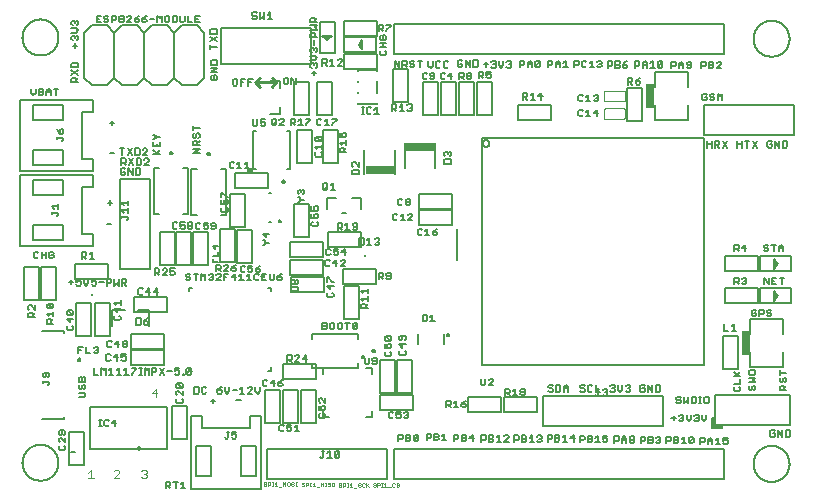
<source format=gbr>
G04 EAGLE Gerber X2 export*
%TF.Part,Single*%
%TF.FileFunction,Legend,Top,1*%
%TF.FilePolarity,Positive*%
%TF.GenerationSoftware,Autodesk,EAGLE,8.6.3*%
%TF.CreationDate,2023-08-23T14:46:16Z*%
G75*
%MOMM*%
%FSLAX34Y34*%
%LPD*%
%AMOC8*
5,1,8,0,0,1.08239X$1,22.5*%
G01*
%ADD10C,0.203200*%
%ADD11C,0.152400*%
%ADD12C,0.254000*%
%ADD13C,0.076200*%
%ADD14C,0.127000*%
%ADD15R,0.762000X2.032000*%
%ADD16C,0.600000*%
%ADD17R,2.450000X0.675000*%
%ADD18R,0.200000X0.200000*%
%ADD19C,0.101600*%
%ADD20C,0.200000*%


D10*
X514760Y20000D02*
X514765Y20374D01*
X514778Y20748D01*
X514801Y21121D01*
X514833Y21494D01*
X514875Y21866D01*
X514925Y22236D01*
X514984Y22605D01*
X515053Y22973D01*
X515130Y23339D01*
X515217Y23703D01*
X515312Y24065D01*
X515416Y24424D01*
X515529Y24781D01*
X515651Y25134D01*
X515781Y25485D01*
X515920Y25832D01*
X516067Y26176D01*
X516223Y26516D01*
X516387Y26852D01*
X516560Y27184D01*
X516740Y27512D01*
X516928Y27835D01*
X517124Y28153D01*
X517328Y28467D01*
X517540Y28775D01*
X517759Y29078D01*
X517986Y29376D01*
X518219Y29668D01*
X518460Y29954D01*
X518708Y30235D01*
X518962Y30509D01*
X519224Y30776D01*
X519491Y31038D01*
X519765Y31292D01*
X520046Y31540D01*
X520332Y31781D01*
X520624Y32014D01*
X520922Y32241D01*
X521225Y32460D01*
X521533Y32672D01*
X521847Y32876D01*
X522165Y33072D01*
X522488Y33260D01*
X522816Y33440D01*
X523148Y33613D01*
X523484Y33777D01*
X523824Y33933D01*
X524168Y34080D01*
X524515Y34219D01*
X524866Y34349D01*
X525219Y34471D01*
X525576Y34584D01*
X525935Y34688D01*
X526297Y34783D01*
X526661Y34870D01*
X527027Y34947D01*
X527395Y35016D01*
X527764Y35075D01*
X528134Y35125D01*
X528506Y35167D01*
X528879Y35199D01*
X529252Y35222D01*
X529626Y35235D01*
X530000Y35240D01*
X530374Y35235D01*
X530748Y35222D01*
X531121Y35199D01*
X531494Y35167D01*
X531866Y35125D01*
X532236Y35075D01*
X532605Y35016D01*
X532973Y34947D01*
X533339Y34870D01*
X533703Y34783D01*
X534065Y34688D01*
X534424Y34584D01*
X534781Y34471D01*
X535134Y34349D01*
X535485Y34219D01*
X535832Y34080D01*
X536176Y33933D01*
X536516Y33777D01*
X536852Y33613D01*
X537184Y33440D01*
X537512Y33260D01*
X537835Y33072D01*
X538153Y32876D01*
X538467Y32672D01*
X538775Y32460D01*
X539078Y32241D01*
X539376Y32014D01*
X539668Y31781D01*
X539954Y31540D01*
X540235Y31292D01*
X540509Y31038D01*
X540776Y30776D01*
X541038Y30509D01*
X541292Y30235D01*
X541540Y29954D01*
X541781Y29668D01*
X542014Y29376D01*
X542241Y29078D01*
X542460Y28775D01*
X542672Y28467D01*
X542876Y28153D01*
X543072Y27835D01*
X543260Y27512D01*
X543440Y27184D01*
X543613Y26852D01*
X543777Y26516D01*
X543933Y26176D01*
X544080Y25832D01*
X544219Y25485D01*
X544349Y25134D01*
X544471Y24781D01*
X544584Y24424D01*
X544688Y24065D01*
X544783Y23703D01*
X544870Y23339D01*
X544947Y22973D01*
X545016Y22605D01*
X545075Y22236D01*
X545125Y21866D01*
X545167Y21494D01*
X545199Y21121D01*
X545222Y20748D01*
X545235Y20374D01*
X545240Y20000D01*
X545235Y19626D01*
X545222Y19252D01*
X545199Y18879D01*
X545167Y18506D01*
X545125Y18134D01*
X545075Y17764D01*
X545016Y17395D01*
X544947Y17027D01*
X544870Y16661D01*
X544783Y16297D01*
X544688Y15935D01*
X544584Y15576D01*
X544471Y15219D01*
X544349Y14866D01*
X544219Y14515D01*
X544080Y14168D01*
X543933Y13824D01*
X543777Y13484D01*
X543613Y13148D01*
X543440Y12816D01*
X543260Y12488D01*
X543072Y12165D01*
X542876Y11847D01*
X542672Y11533D01*
X542460Y11225D01*
X542241Y10922D01*
X542014Y10624D01*
X541781Y10332D01*
X541540Y10046D01*
X541292Y9765D01*
X541038Y9491D01*
X540776Y9224D01*
X540509Y8962D01*
X540235Y8708D01*
X539954Y8460D01*
X539668Y8219D01*
X539376Y7986D01*
X539078Y7759D01*
X538775Y7540D01*
X538467Y7328D01*
X538153Y7124D01*
X537835Y6928D01*
X537512Y6740D01*
X537184Y6560D01*
X536852Y6387D01*
X536516Y6223D01*
X536176Y6067D01*
X535832Y5920D01*
X535485Y5781D01*
X535134Y5651D01*
X534781Y5529D01*
X534424Y5416D01*
X534065Y5312D01*
X533703Y5217D01*
X533339Y5130D01*
X532973Y5053D01*
X532605Y4984D01*
X532236Y4925D01*
X531866Y4875D01*
X531494Y4833D01*
X531121Y4801D01*
X530748Y4778D01*
X530374Y4765D01*
X530000Y4760D01*
X529626Y4765D01*
X529252Y4778D01*
X528879Y4801D01*
X528506Y4833D01*
X528134Y4875D01*
X527764Y4925D01*
X527395Y4984D01*
X527027Y5053D01*
X526661Y5130D01*
X526297Y5217D01*
X525935Y5312D01*
X525576Y5416D01*
X525219Y5529D01*
X524866Y5651D01*
X524515Y5781D01*
X524168Y5920D01*
X523824Y6067D01*
X523484Y6223D01*
X523148Y6387D01*
X522816Y6560D01*
X522488Y6740D01*
X522165Y6928D01*
X521847Y7124D01*
X521533Y7328D01*
X521225Y7540D01*
X520922Y7759D01*
X520624Y7986D01*
X520332Y8219D01*
X520046Y8460D01*
X519765Y8708D01*
X519491Y8962D01*
X519224Y9224D01*
X518962Y9491D01*
X518708Y9765D01*
X518460Y10046D01*
X518219Y10332D01*
X517986Y10624D01*
X517759Y10922D01*
X517540Y11225D01*
X517328Y11533D01*
X517124Y11847D01*
X516928Y12165D01*
X516740Y12488D01*
X516560Y12816D01*
X516387Y13148D01*
X516223Y13484D01*
X516067Y13824D01*
X515920Y14168D01*
X515781Y14515D01*
X515651Y14866D01*
X515529Y15219D01*
X515416Y15576D01*
X515312Y15935D01*
X515217Y16297D01*
X515130Y16661D01*
X515053Y17027D01*
X514984Y17395D01*
X514925Y17764D01*
X514875Y18134D01*
X514833Y18506D01*
X514801Y18879D01*
X514778Y19252D01*
X514765Y19626D01*
X514760Y20000D01*
X514760Y380000D02*
X514765Y380374D01*
X514778Y380748D01*
X514801Y381121D01*
X514833Y381494D01*
X514875Y381866D01*
X514925Y382236D01*
X514984Y382605D01*
X515053Y382973D01*
X515130Y383339D01*
X515217Y383703D01*
X515312Y384065D01*
X515416Y384424D01*
X515529Y384781D01*
X515651Y385134D01*
X515781Y385485D01*
X515920Y385832D01*
X516067Y386176D01*
X516223Y386516D01*
X516387Y386852D01*
X516560Y387184D01*
X516740Y387512D01*
X516928Y387835D01*
X517124Y388153D01*
X517328Y388467D01*
X517540Y388775D01*
X517759Y389078D01*
X517986Y389376D01*
X518219Y389668D01*
X518460Y389954D01*
X518708Y390235D01*
X518962Y390509D01*
X519224Y390776D01*
X519491Y391038D01*
X519765Y391292D01*
X520046Y391540D01*
X520332Y391781D01*
X520624Y392014D01*
X520922Y392241D01*
X521225Y392460D01*
X521533Y392672D01*
X521847Y392876D01*
X522165Y393072D01*
X522488Y393260D01*
X522816Y393440D01*
X523148Y393613D01*
X523484Y393777D01*
X523824Y393933D01*
X524168Y394080D01*
X524515Y394219D01*
X524866Y394349D01*
X525219Y394471D01*
X525576Y394584D01*
X525935Y394688D01*
X526297Y394783D01*
X526661Y394870D01*
X527027Y394947D01*
X527395Y395016D01*
X527764Y395075D01*
X528134Y395125D01*
X528506Y395167D01*
X528879Y395199D01*
X529252Y395222D01*
X529626Y395235D01*
X530000Y395240D01*
X530374Y395235D01*
X530748Y395222D01*
X531121Y395199D01*
X531494Y395167D01*
X531866Y395125D01*
X532236Y395075D01*
X532605Y395016D01*
X532973Y394947D01*
X533339Y394870D01*
X533703Y394783D01*
X534065Y394688D01*
X534424Y394584D01*
X534781Y394471D01*
X535134Y394349D01*
X535485Y394219D01*
X535832Y394080D01*
X536176Y393933D01*
X536516Y393777D01*
X536852Y393613D01*
X537184Y393440D01*
X537512Y393260D01*
X537835Y393072D01*
X538153Y392876D01*
X538467Y392672D01*
X538775Y392460D01*
X539078Y392241D01*
X539376Y392014D01*
X539668Y391781D01*
X539954Y391540D01*
X540235Y391292D01*
X540509Y391038D01*
X540776Y390776D01*
X541038Y390509D01*
X541292Y390235D01*
X541540Y389954D01*
X541781Y389668D01*
X542014Y389376D01*
X542241Y389078D01*
X542460Y388775D01*
X542672Y388467D01*
X542876Y388153D01*
X543072Y387835D01*
X543260Y387512D01*
X543440Y387184D01*
X543613Y386852D01*
X543777Y386516D01*
X543933Y386176D01*
X544080Y385832D01*
X544219Y385485D01*
X544349Y385134D01*
X544471Y384781D01*
X544584Y384424D01*
X544688Y384065D01*
X544783Y383703D01*
X544870Y383339D01*
X544947Y382973D01*
X545016Y382605D01*
X545075Y382236D01*
X545125Y381866D01*
X545167Y381494D01*
X545199Y381121D01*
X545222Y380748D01*
X545235Y380374D01*
X545240Y380000D01*
X545235Y379626D01*
X545222Y379252D01*
X545199Y378879D01*
X545167Y378506D01*
X545125Y378134D01*
X545075Y377764D01*
X545016Y377395D01*
X544947Y377027D01*
X544870Y376661D01*
X544783Y376297D01*
X544688Y375935D01*
X544584Y375576D01*
X544471Y375219D01*
X544349Y374866D01*
X544219Y374515D01*
X544080Y374168D01*
X543933Y373824D01*
X543777Y373484D01*
X543613Y373148D01*
X543440Y372816D01*
X543260Y372488D01*
X543072Y372165D01*
X542876Y371847D01*
X542672Y371533D01*
X542460Y371225D01*
X542241Y370922D01*
X542014Y370624D01*
X541781Y370332D01*
X541540Y370046D01*
X541292Y369765D01*
X541038Y369491D01*
X540776Y369224D01*
X540509Y368962D01*
X540235Y368708D01*
X539954Y368460D01*
X539668Y368219D01*
X539376Y367986D01*
X539078Y367759D01*
X538775Y367540D01*
X538467Y367328D01*
X538153Y367124D01*
X537835Y366928D01*
X537512Y366740D01*
X537184Y366560D01*
X536852Y366387D01*
X536516Y366223D01*
X536176Y366067D01*
X535832Y365920D01*
X535485Y365781D01*
X535134Y365651D01*
X534781Y365529D01*
X534424Y365416D01*
X534065Y365312D01*
X533703Y365217D01*
X533339Y365130D01*
X532973Y365053D01*
X532605Y364984D01*
X532236Y364925D01*
X531866Y364875D01*
X531494Y364833D01*
X531121Y364801D01*
X530748Y364778D01*
X530374Y364765D01*
X530000Y364760D01*
X529626Y364765D01*
X529252Y364778D01*
X528879Y364801D01*
X528506Y364833D01*
X528134Y364875D01*
X527764Y364925D01*
X527395Y364984D01*
X527027Y365053D01*
X526661Y365130D01*
X526297Y365217D01*
X525935Y365312D01*
X525576Y365416D01*
X525219Y365529D01*
X524866Y365651D01*
X524515Y365781D01*
X524168Y365920D01*
X523824Y366067D01*
X523484Y366223D01*
X523148Y366387D01*
X522816Y366560D01*
X522488Y366740D01*
X522165Y366928D01*
X521847Y367124D01*
X521533Y367328D01*
X521225Y367540D01*
X520922Y367759D01*
X520624Y367986D01*
X520332Y368219D01*
X520046Y368460D01*
X519765Y368708D01*
X519491Y368962D01*
X519224Y369224D01*
X518962Y369491D01*
X518708Y369765D01*
X518460Y370046D01*
X518219Y370332D01*
X517986Y370624D01*
X517759Y370922D01*
X517540Y371225D01*
X517328Y371533D01*
X517124Y371847D01*
X516928Y372165D01*
X516740Y372488D01*
X516560Y372816D01*
X516387Y373148D01*
X516223Y373484D01*
X516067Y373824D01*
X515920Y374168D01*
X515781Y374515D01*
X515651Y374866D01*
X515529Y375219D01*
X515416Y375576D01*
X515312Y375935D01*
X515217Y376297D01*
X515130Y376661D01*
X515053Y377027D01*
X514984Y377395D01*
X514925Y377764D01*
X514875Y378134D01*
X514833Y378506D01*
X514801Y378879D01*
X514778Y379252D01*
X514765Y379626D01*
X514760Y380000D01*
X-104206Y21016D02*
X-104201Y21390D01*
X-104188Y21764D01*
X-104165Y22137D01*
X-104133Y22510D01*
X-104091Y22882D01*
X-104041Y23252D01*
X-103982Y23621D01*
X-103913Y23989D01*
X-103836Y24355D01*
X-103749Y24719D01*
X-103654Y25081D01*
X-103550Y25440D01*
X-103437Y25797D01*
X-103315Y26150D01*
X-103185Y26501D01*
X-103046Y26848D01*
X-102899Y27192D01*
X-102743Y27532D01*
X-102579Y27868D01*
X-102406Y28200D01*
X-102226Y28528D01*
X-102038Y28851D01*
X-101842Y29169D01*
X-101638Y29483D01*
X-101426Y29791D01*
X-101207Y30094D01*
X-100980Y30392D01*
X-100747Y30684D01*
X-100506Y30970D01*
X-100258Y31251D01*
X-100004Y31525D01*
X-99742Y31792D01*
X-99475Y32054D01*
X-99201Y32308D01*
X-98920Y32556D01*
X-98634Y32797D01*
X-98342Y33030D01*
X-98044Y33257D01*
X-97741Y33476D01*
X-97433Y33688D01*
X-97119Y33892D01*
X-96801Y34088D01*
X-96478Y34276D01*
X-96150Y34456D01*
X-95818Y34629D01*
X-95482Y34793D01*
X-95142Y34949D01*
X-94798Y35096D01*
X-94451Y35235D01*
X-94100Y35365D01*
X-93747Y35487D01*
X-93390Y35600D01*
X-93031Y35704D01*
X-92669Y35799D01*
X-92305Y35886D01*
X-91939Y35963D01*
X-91571Y36032D01*
X-91202Y36091D01*
X-90832Y36141D01*
X-90460Y36183D01*
X-90087Y36215D01*
X-89714Y36238D01*
X-89340Y36251D01*
X-88966Y36256D01*
X-88592Y36251D01*
X-88218Y36238D01*
X-87845Y36215D01*
X-87472Y36183D01*
X-87100Y36141D01*
X-86730Y36091D01*
X-86361Y36032D01*
X-85993Y35963D01*
X-85627Y35886D01*
X-85263Y35799D01*
X-84901Y35704D01*
X-84542Y35600D01*
X-84185Y35487D01*
X-83832Y35365D01*
X-83481Y35235D01*
X-83134Y35096D01*
X-82790Y34949D01*
X-82450Y34793D01*
X-82114Y34629D01*
X-81782Y34456D01*
X-81454Y34276D01*
X-81131Y34088D01*
X-80813Y33892D01*
X-80499Y33688D01*
X-80191Y33476D01*
X-79888Y33257D01*
X-79590Y33030D01*
X-79298Y32797D01*
X-79012Y32556D01*
X-78731Y32308D01*
X-78457Y32054D01*
X-78190Y31792D01*
X-77928Y31525D01*
X-77674Y31251D01*
X-77426Y30970D01*
X-77185Y30684D01*
X-76952Y30392D01*
X-76725Y30094D01*
X-76506Y29791D01*
X-76294Y29483D01*
X-76090Y29169D01*
X-75894Y28851D01*
X-75706Y28528D01*
X-75526Y28200D01*
X-75353Y27868D01*
X-75189Y27532D01*
X-75033Y27192D01*
X-74886Y26848D01*
X-74747Y26501D01*
X-74617Y26150D01*
X-74495Y25797D01*
X-74382Y25440D01*
X-74278Y25081D01*
X-74183Y24719D01*
X-74096Y24355D01*
X-74019Y23989D01*
X-73950Y23621D01*
X-73891Y23252D01*
X-73841Y22882D01*
X-73799Y22510D01*
X-73767Y22137D01*
X-73744Y21764D01*
X-73731Y21390D01*
X-73726Y21016D01*
X-73731Y20642D01*
X-73744Y20268D01*
X-73767Y19895D01*
X-73799Y19522D01*
X-73841Y19150D01*
X-73891Y18780D01*
X-73950Y18411D01*
X-74019Y18043D01*
X-74096Y17677D01*
X-74183Y17313D01*
X-74278Y16951D01*
X-74382Y16592D01*
X-74495Y16235D01*
X-74617Y15882D01*
X-74747Y15531D01*
X-74886Y15184D01*
X-75033Y14840D01*
X-75189Y14500D01*
X-75353Y14164D01*
X-75526Y13832D01*
X-75706Y13504D01*
X-75894Y13181D01*
X-76090Y12863D01*
X-76294Y12549D01*
X-76506Y12241D01*
X-76725Y11938D01*
X-76952Y11640D01*
X-77185Y11348D01*
X-77426Y11062D01*
X-77674Y10781D01*
X-77928Y10507D01*
X-78190Y10240D01*
X-78457Y9978D01*
X-78731Y9724D01*
X-79012Y9476D01*
X-79298Y9235D01*
X-79590Y9002D01*
X-79888Y8775D01*
X-80191Y8556D01*
X-80499Y8344D01*
X-80813Y8140D01*
X-81131Y7944D01*
X-81454Y7756D01*
X-81782Y7576D01*
X-82114Y7403D01*
X-82450Y7239D01*
X-82790Y7083D01*
X-83134Y6936D01*
X-83481Y6797D01*
X-83832Y6667D01*
X-84185Y6545D01*
X-84542Y6432D01*
X-84901Y6328D01*
X-85263Y6233D01*
X-85627Y6146D01*
X-85993Y6069D01*
X-86361Y6000D01*
X-86730Y5941D01*
X-87100Y5891D01*
X-87472Y5849D01*
X-87845Y5817D01*
X-88218Y5794D01*
X-88592Y5781D01*
X-88966Y5776D01*
X-89340Y5781D01*
X-89714Y5794D01*
X-90087Y5817D01*
X-90460Y5849D01*
X-90832Y5891D01*
X-91202Y5941D01*
X-91571Y6000D01*
X-91939Y6069D01*
X-92305Y6146D01*
X-92669Y6233D01*
X-93031Y6328D01*
X-93390Y6432D01*
X-93747Y6545D01*
X-94100Y6667D01*
X-94451Y6797D01*
X-94798Y6936D01*
X-95142Y7083D01*
X-95482Y7239D01*
X-95818Y7403D01*
X-96150Y7576D01*
X-96478Y7756D01*
X-96801Y7944D01*
X-97119Y8140D01*
X-97433Y8344D01*
X-97741Y8556D01*
X-98044Y8775D01*
X-98342Y9002D01*
X-98634Y9235D01*
X-98920Y9476D01*
X-99201Y9724D01*
X-99475Y9978D01*
X-99742Y10240D01*
X-100004Y10507D01*
X-100258Y10781D01*
X-100506Y11062D01*
X-100747Y11348D01*
X-100980Y11640D01*
X-101207Y11938D01*
X-101426Y12241D01*
X-101638Y12549D01*
X-101842Y12863D01*
X-102038Y13181D01*
X-102226Y13504D01*
X-102406Y13832D01*
X-102579Y14164D01*
X-102743Y14500D01*
X-102899Y14840D01*
X-103046Y15184D01*
X-103185Y15531D01*
X-103315Y15882D01*
X-103437Y16235D01*
X-103550Y16592D01*
X-103654Y16951D01*
X-103749Y17313D01*
X-103836Y17677D01*
X-103913Y18043D01*
X-103982Y18411D01*
X-104041Y18780D01*
X-104091Y19150D01*
X-104133Y19522D01*
X-104165Y19895D01*
X-104188Y20268D01*
X-104201Y20642D01*
X-104206Y21016D01*
D11*
X440944Y37529D02*
X440944Y43009D01*
X443684Y43009D01*
X444598Y42096D01*
X444598Y40269D01*
X443684Y39355D01*
X440944Y39355D01*
X447390Y37529D02*
X447390Y43009D01*
X450130Y43009D01*
X451043Y42096D01*
X451043Y41182D01*
X450130Y40269D01*
X451043Y39355D01*
X451043Y38442D01*
X450130Y37529D01*
X447390Y37529D01*
X447390Y40269D02*
X450130Y40269D01*
X453835Y41182D02*
X455662Y43009D01*
X455662Y37529D01*
X453835Y37529D02*
X457489Y37529D01*
X460281Y38442D02*
X460281Y42096D01*
X461194Y43009D01*
X463021Y43009D01*
X463934Y42096D01*
X463934Y38442D01*
X463021Y37529D01*
X461194Y37529D01*
X460281Y38442D01*
X463934Y42096D01*
X419354Y43009D02*
X419354Y37529D01*
X419354Y43009D02*
X422094Y43009D01*
X423008Y42096D01*
X423008Y40269D01*
X422094Y39355D01*
X419354Y39355D01*
X425800Y37529D02*
X425800Y43009D01*
X428540Y43009D01*
X429453Y42096D01*
X429453Y41182D01*
X428540Y40269D01*
X429453Y39355D01*
X429453Y38442D01*
X428540Y37529D01*
X425800Y37529D01*
X425800Y40269D02*
X428540Y40269D01*
X432245Y42096D02*
X433158Y43009D01*
X434985Y43009D01*
X435899Y42096D01*
X435899Y41182D01*
X434985Y40269D01*
X434072Y40269D01*
X434985Y40269D02*
X435899Y39355D01*
X435899Y38442D01*
X434985Y37529D01*
X433158Y37529D01*
X432245Y38442D01*
X396939Y37783D02*
X396939Y43263D01*
X399679Y43263D01*
X400592Y42350D01*
X400592Y40523D01*
X399679Y39609D01*
X396939Y39609D01*
X403384Y37783D02*
X403384Y41436D01*
X405211Y43263D01*
X407038Y41436D01*
X407038Y37783D01*
X407038Y40523D02*
X403384Y40523D01*
X409830Y42350D02*
X410743Y43263D01*
X412570Y43263D01*
X413483Y42350D01*
X413483Y41436D01*
X412570Y40523D01*
X413483Y39609D01*
X413483Y38696D01*
X412570Y37783D01*
X410743Y37783D01*
X409830Y38696D01*
X409830Y39609D01*
X410743Y40523D01*
X409830Y41436D01*
X409830Y42350D01*
X410743Y40523D02*
X412570Y40523D01*
X368046Y38418D02*
X368046Y43898D01*
X370786Y43898D01*
X371700Y42985D01*
X371700Y41158D01*
X370786Y40244D01*
X368046Y40244D01*
X374492Y38418D02*
X374492Y43898D01*
X377232Y43898D01*
X378145Y42985D01*
X378145Y42071D01*
X377232Y41158D01*
X378145Y40244D01*
X378145Y39331D01*
X377232Y38418D01*
X374492Y38418D01*
X374492Y41158D02*
X377232Y41158D01*
X380937Y42071D02*
X382764Y43898D01*
X382764Y38418D01*
X380937Y38418D02*
X384591Y38418D01*
X387383Y43898D02*
X391036Y43898D01*
X387383Y43898D02*
X387383Y41158D01*
X389209Y42071D01*
X390123Y42071D01*
X391036Y41158D01*
X391036Y39331D01*
X390123Y38418D01*
X388296Y38418D01*
X387383Y39331D01*
X340359Y38847D02*
X340359Y44328D01*
X343099Y44328D01*
X344013Y43414D01*
X344013Y41587D01*
X343099Y40674D01*
X340359Y40674D01*
X346804Y38847D02*
X346804Y44328D01*
X349545Y44328D01*
X350458Y43414D01*
X350458Y42501D01*
X349545Y41587D01*
X350458Y40674D01*
X350458Y39760D01*
X349545Y38847D01*
X346804Y38847D01*
X346804Y41587D02*
X349545Y41587D01*
X353250Y42501D02*
X355077Y44328D01*
X355077Y38847D01*
X353250Y38847D02*
X356904Y38847D01*
X362436Y38847D02*
X362436Y44328D01*
X359695Y41587D01*
X363349Y41587D01*
X211074Y355727D02*
X211074Y361208D01*
X214728Y355727D01*
X214728Y361208D01*
X217520Y361208D02*
X217520Y355727D01*
X217520Y361208D02*
X220260Y361208D01*
X221173Y360294D01*
X221173Y358467D01*
X220260Y357554D01*
X217520Y357554D01*
X219346Y357554D02*
X221173Y355727D01*
X226705Y361208D02*
X227619Y360294D01*
X226705Y361208D02*
X224878Y361208D01*
X223965Y360294D01*
X223965Y359381D01*
X224878Y358467D01*
X226705Y358467D01*
X227619Y357554D01*
X227619Y356640D01*
X226705Y355727D01*
X224878Y355727D01*
X223965Y356640D01*
X232237Y355727D02*
X232237Y361208D01*
X230411Y361208D02*
X234064Y361208D01*
X317119Y361462D02*
X317119Y355981D01*
X317119Y361462D02*
X319859Y361462D01*
X320773Y360548D01*
X320773Y358721D01*
X319859Y357808D01*
X317119Y357808D01*
X323565Y355981D02*
X323565Y359635D01*
X325391Y361462D01*
X327218Y359635D01*
X327218Y355981D01*
X327218Y358721D02*
X323565Y358721D01*
X330010Y356894D02*
X330010Y360548D01*
X330923Y361462D01*
X332750Y361462D01*
X333664Y360548D01*
X333664Y356894D01*
X332750Y355981D01*
X330923Y355981D01*
X330010Y356894D01*
X333664Y360548D01*
X414528Y360827D02*
X414528Y355346D01*
X414528Y360827D02*
X417268Y360827D01*
X418182Y359913D01*
X418182Y358086D01*
X417268Y357173D01*
X414528Y357173D01*
X420974Y355346D02*
X420974Y359000D01*
X422800Y360827D01*
X424627Y359000D01*
X424627Y355346D01*
X424627Y358086D02*
X420974Y358086D01*
X427419Y359000D02*
X429246Y360827D01*
X429246Y355346D01*
X427419Y355346D02*
X431073Y355346D01*
X433865Y356259D02*
X433865Y359913D01*
X434778Y360827D01*
X436605Y360827D01*
X437518Y359913D01*
X437518Y356259D01*
X436605Y355346D01*
X434778Y355346D01*
X433865Y356259D01*
X437518Y359913D01*
X340868Y361462D02*
X340868Y355981D01*
X340868Y361462D02*
X343608Y361462D01*
X344522Y360548D01*
X344522Y358721D01*
X343608Y357808D01*
X340868Y357808D01*
X347314Y355981D02*
X347314Y359635D01*
X349140Y361462D01*
X350967Y359635D01*
X350967Y355981D01*
X350967Y358721D02*
X347314Y358721D01*
X353759Y359635D02*
X355586Y361462D01*
X355586Y355981D01*
X353759Y355981D02*
X357413Y355981D01*
X391414Y355346D02*
X391414Y360827D01*
X394154Y360827D01*
X395068Y359913D01*
X395068Y358086D01*
X394154Y357173D01*
X391414Y357173D01*
X397860Y355346D02*
X397860Y360827D01*
X400600Y360827D01*
X401513Y359913D01*
X401513Y359000D01*
X400600Y358086D01*
X401513Y357173D01*
X401513Y356259D01*
X400600Y355346D01*
X397860Y355346D01*
X397860Y358086D02*
X400600Y358086D01*
X406132Y359913D02*
X407959Y360827D01*
X406132Y359913D02*
X404305Y358086D01*
X404305Y356259D01*
X405218Y355346D01*
X407045Y355346D01*
X407959Y356259D01*
X407959Y357173D01*
X407045Y358086D01*
X404305Y358086D01*
X268322Y360675D02*
X267408Y361589D01*
X265581Y361589D01*
X264668Y360675D01*
X264668Y357021D01*
X265581Y356108D01*
X267408Y356108D01*
X268322Y357021D01*
X268322Y358848D01*
X266495Y358848D01*
X271114Y356108D02*
X271114Y361589D01*
X274767Y356108D01*
X274767Y361589D01*
X277559Y361589D02*
X277559Y356108D01*
X280299Y356108D01*
X281213Y357021D01*
X281213Y360675D01*
X280299Y361589D01*
X277559Y361589D01*
X286258Y358213D02*
X289912Y358213D01*
X288085Y360040D02*
X288085Y356386D01*
X292704Y360040D02*
X293617Y360954D01*
X295444Y360954D01*
X296357Y360040D01*
X296357Y359127D01*
X295444Y358213D01*
X294530Y358213D01*
X295444Y358213D02*
X296357Y357300D01*
X296357Y356386D01*
X295444Y355473D01*
X293617Y355473D01*
X292704Y356386D01*
X299149Y357300D02*
X299149Y360954D01*
X299149Y357300D02*
X300976Y355473D01*
X302803Y357300D01*
X302803Y360954D01*
X305595Y360040D02*
X306508Y360954D01*
X308335Y360954D01*
X309248Y360040D01*
X309248Y359127D01*
X308335Y358213D01*
X307421Y358213D01*
X308335Y358213D02*
X309248Y357300D01*
X309248Y356386D01*
X308335Y355473D01*
X306508Y355473D01*
X305595Y356386D01*
X239522Y357173D02*
X239522Y360827D01*
X239522Y357173D02*
X241349Y355346D01*
X243176Y357173D01*
X243176Y360827D01*
X248708Y360827D02*
X249621Y359913D01*
X248708Y360827D02*
X246881Y360827D01*
X245968Y359913D01*
X245968Y356259D01*
X246881Y355346D01*
X248708Y355346D01*
X249621Y356259D01*
X255153Y360827D02*
X256067Y359913D01*
X255153Y360827D02*
X253326Y360827D01*
X252413Y359913D01*
X252413Y356259D01*
X253326Y355346D01*
X255153Y355346D01*
X256067Y356259D01*
D10*
X-104206Y381016D02*
X-104201Y381390D01*
X-104188Y381764D01*
X-104165Y382137D01*
X-104133Y382510D01*
X-104091Y382882D01*
X-104041Y383252D01*
X-103982Y383621D01*
X-103913Y383989D01*
X-103836Y384355D01*
X-103749Y384719D01*
X-103654Y385081D01*
X-103550Y385440D01*
X-103437Y385797D01*
X-103315Y386150D01*
X-103185Y386501D01*
X-103046Y386848D01*
X-102899Y387192D01*
X-102743Y387532D01*
X-102579Y387868D01*
X-102406Y388200D01*
X-102226Y388528D01*
X-102038Y388851D01*
X-101842Y389169D01*
X-101638Y389483D01*
X-101426Y389791D01*
X-101207Y390094D01*
X-100980Y390392D01*
X-100747Y390684D01*
X-100506Y390970D01*
X-100258Y391251D01*
X-100004Y391525D01*
X-99742Y391792D01*
X-99475Y392054D01*
X-99201Y392308D01*
X-98920Y392556D01*
X-98634Y392797D01*
X-98342Y393030D01*
X-98044Y393257D01*
X-97741Y393476D01*
X-97433Y393688D01*
X-97119Y393892D01*
X-96801Y394088D01*
X-96478Y394276D01*
X-96150Y394456D01*
X-95818Y394629D01*
X-95482Y394793D01*
X-95142Y394949D01*
X-94798Y395096D01*
X-94451Y395235D01*
X-94100Y395365D01*
X-93747Y395487D01*
X-93390Y395600D01*
X-93031Y395704D01*
X-92669Y395799D01*
X-92305Y395886D01*
X-91939Y395963D01*
X-91571Y396032D01*
X-91202Y396091D01*
X-90832Y396141D01*
X-90460Y396183D01*
X-90087Y396215D01*
X-89714Y396238D01*
X-89340Y396251D01*
X-88966Y396256D01*
X-88592Y396251D01*
X-88218Y396238D01*
X-87845Y396215D01*
X-87472Y396183D01*
X-87100Y396141D01*
X-86730Y396091D01*
X-86361Y396032D01*
X-85993Y395963D01*
X-85627Y395886D01*
X-85263Y395799D01*
X-84901Y395704D01*
X-84542Y395600D01*
X-84185Y395487D01*
X-83832Y395365D01*
X-83481Y395235D01*
X-83134Y395096D01*
X-82790Y394949D01*
X-82450Y394793D01*
X-82114Y394629D01*
X-81782Y394456D01*
X-81454Y394276D01*
X-81131Y394088D01*
X-80813Y393892D01*
X-80499Y393688D01*
X-80191Y393476D01*
X-79888Y393257D01*
X-79590Y393030D01*
X-79298Y392797D01*
X-79012Y392556D01*
X-78731Y392308D01*
X-78457Y392054D01*
X-78190Y391792D01*
X-77928Y391525D01*
X-77674Y391251D01*
X-77426Y390970D01*
X-77185Y390684D01*
X-76952Y390392D01*
X-76725Y390094D01*
X-76506Y389791D01*
X-76294Y389483D01*
X-76090Y389169D01*
X-75894Y388851D01*
X-75706Y388528D01*
X-75526Y388200D01*
X-75353Y387868D01*
X-75189Y387532D01*
X-75033Y387192D01*
X-74886Y386848D01*
X-74747Y386501D01*
X-74617Y386150D01*
X-74495Y385797D01*
X-74382Y385440D01*
X-74278Y385081D01*
X-74183Y384719D01*
X-74096Y384355D01*
X-74019Y383989D01*
X-73950Y383621D01*
X-73891Y383252D01*
X-73841Y382882D01*
X-73799Y382510D01*
X-73767Y382137D01*
X-73744Y381764D01*
X-73731Y381390D01*
X-73726Y381016D01*
X-73731Y380642D01*
X-73744Y380268D01*
X-73767Y379895D01*
X-73799Y379522D01*
X-73841Y379150D01*
X-73891Y378780D01*
X-73950Y378411D01*
X-74019Y378043D01*
X-74096Y377677D01*
X-74183Y377313D01*
X-74278Y376951D01*
X-74382Y376592D01*
X-74495Y376235D01*
X-74617Y375882D01*
X-74747Y375531D01*
X-74886Y375184D01*
X-75033Y374840D01*
X-75189Y374500D01*
X-75353Y374164D01*
X-75526Y373832D01*
X-75706Y373504D01*
X-75894Y373181D01*
X-76090Y372863D01*
X-76294Y372549D01*
X-76506Y372241D01*
X-76725Y371938D01*
X-76952Y371640D01*
X-77185Y371348D01*
X-77426Y371062D01*
X-77674Y370781D01*
X-77928Y370507D01*
X-78190Y370240D01*
X-78457Y369978D01*
X-78731Y369724D01*
X-79012Y369476D01*
X-79298Y369235D01*
X-79590Y369002D01*
X-79888Y368775D01*
X-80191Y368556D01*
X-80499Y368344D01*
X-80813Y368140D01*
X-81131Y367944D01*
X-81454Y367756D01*
X-81782Y367576D01*
X-82114Y367403D01*
X-82450Y367239D01*
X-82790Y367083D01*
X-83134Y366936D01*
X-83481Y366797D01*
X-83832Y366667D01*
X-84185Y366545D01*
X-84542Y366432D01*
X-84901Y366328D01*
X-85263Y366233D01*
X-85627Y366146D01*
X-85993Y366069D01*
X-86361Y366000D01*
X-86730Y365941D01*
X-87100Y365891D01*
X-87472Y365849D01*
X-87845Y365817D01*
X-88218Y365794D01*
X-88592Y365781D01*
X-88966Y365776D01*
X-89340Y365781D01*
X-89714Y365794D01*
X-90087Y365817D01*
X-90460Y365849D01*
X-90832Y365891D01*
X-91202Y365941D01*
X-91571Y366000D01*
X-91939Y366069D01*
X-92305Y366146D01*
X-92669Y366233D01*
X-93031Y366328D01*
X-93390Y366432D01*
X-93747Y366545D01*
X-94100Y366667D01*
X-94451Y366797D01*
X-94798Y366936D01*
X-95142Y367083D01*
X-95482Y367239D01*
X-95818Y367403D01*
X-96150Y367576D01*
X-96478Y367756D01*
X-96801Y367944D01*
X-97119Y368140D01*
X-97433Y368344D01*
X-97741Y368556D01*
X-98044Y368775D01*
X-98342Y369002D01*
X-98634Y369235D01*
X-98920Y369476D01*
X-99201Y369724D01*
X-99475Y369978D01*
X-99742Y370240D01*
X-100004Y370507D01*
X-100258Y370781D01*
X-100506Y371062D01*
X-100747Y371348D01*
X-100980Y371640D01*
X-101207Y371938D01*
X-101426Y372241D01*
X-101638Y372549D01*
X-101842Y372863D01*
X-102038Y373181D01*
X-102226Y373504D01*
X-102406Y373832D01*
X-102579Y374164D01*
X-102743Y374500D01*
X-102899Y374840D01*
X-103046Y375184D01*
X-103185Y375531D01*
X-103315Y375882D01*
X-103437Y376235D01*
X-103550Y376592D01*
X-103654Y376951D01*
X-103749Y377313D01*
X-103836Y377677D01*
X-103913Y378043D01*
X-103982Y378411D01*
X-104041Y378780D01*
X-104091Y379150D01*
X-104133Y379522D01*
X-104165Y379895D01*
X-104188Y380268D01*
X-104201Y380642D01*
X-104206Y381016D01*
D11*
X470662Y360573D02*
X470662Y355092D01*
X470662Y360573D02*
X473402Y360573D01*
X474316Y359659D01*
X474316Y357832D01*
X473402Y356919D01*
X470662Y356919D01*
X477108Y355092D02*
X477108Y360573D01*
X479848Y360573D01*
X480761Y359659D01*
X480761Y358746D01*
X479848Y357832D01*
X480761Y356919D01*
X480761Y356005D01*
X479848Y355092D01*
X477108Y355092D01*
X477108Y357832D02*
X479848Y357832D01*
X483553Y355092D02*
X487207Y355092D01*
X483553Y355092D02*
X487207Y358746D01*
X487207Y359659D01*
X486293Y360573D01*
X484466Y360573D01*
X483553Y359659D01*
X445262Y360573D02*
X445262Y355092D01*
X445262Y360573D02*
X448002Y360573D01*
X448916Y359659D01*
X448916Y357832D01*
X448002Y356919D01*
X445262Y356919D01*
X451708Y355092D02*
X451708Y358746D01*
X453534Y360573D01*
X455361Y358746D01*
X455361Y355092D01*
X455361Y357832D02*
X451708Y357832D01*
X458153Y356005D02*
X459066Y355092D01*
X460893Y355092D01*
X461807Y356005D01*
X461807Y359659D01*
X460893Y360573D01*
X459066Y360573D01*
X458153Y359659D01*
X458153Y358746D01*
X459066Y357832D01*
X461807Y357832D01*
X363093Y355854D02*
X363093Y361335D01*
X365833Y361335D01*
X366747Y360421D01*
X366747Y358594D01*
X365833Y357681D01*
X363093Y357681D01*
X372279Y361335D02*
X373192Y360421D01*
X372279Y361335D02*
X370452Y361335D01*
X369539Y360421D01*
X369539Y356767D01*
X370452Y355854D01*
X372279Y355854D01*
X373192Y356767D01*
X375984Y359508D02*
X377811Y361335D01*
X377811Y355854D01*
X375984Y355854D02*
X379638Y355854D01*
X382430Y360421D02*
X383343Y361335D01*
X385170Y361335D01*
X386083Y360421D01*
X386083Y359508D01*
X385170Y358594D01*
X384256Y358594D01*
X385170Y358594D02*
X386083Y357681D01*
X386083Y356767D01*
X385170Y355854D01*
X383343Y355854D01*
X382430Y356767D01*
X469837Y42184D02*
X469837Y36703D01*
X469837Y42184D02*
X472577Y42184D01*
X473490Y41270D01*
X473490Y39443D01*
X472577Y38530D01*
X469837Y38530D01*
X476282Y36703D02*
X476282Y40357D01*
X478109Y42184D01*
X479936Y40357D01*
X479936Y36703D01*
X479936Y39443D02*
X476282Y39443D01*
X482728Y40357D02*
X484554Y42184D01*
X484554Y36703D01*
X482728Y36703D02*
X486381Y36703D01*
X489173Y42184D02*
X492827Y42184D01*
X489173Y42184D02*
X489173Y39443D01*
X491000Y40357D01*
X491913Y40357D01*
X492827Y39443D01*
X492827Y37616D01*
X491913Y36703D01*
X490086Y36703D01*
X489173Y37616D01*
X312293Y38545D02*
X312293Y44025D01*
X315033Y44025D01*
X315947Y43112D01*
X315947Y41285D01*
X315033Y40371D01*
X312293Y40371D01*
X318739Y38545D02*
X318739Y44025D01*
X321479Y44025D01*
X322392Y43112D01*
X322392Y42198D01*
X321479Y41285D01*
X322392Y40371D01*
X322392Y39458D01*
X321479Y38545D01*
X318739Y38545D01*
X318739Y41285D02*
X321479Y41285D01*
X325184Y42198D02*
X327011Y44025D01*
X327011Y38545D01*
X325184Y38545D02*
X328838Y38545D01*
X331630Y43112D02*
X332543Y44025D01*
X334370Y44025D01*
X335283Y43112D01*
X335283Y42198D01*
X334370Y41285D01*
X333456Y41285D01*
X334370Y41285D02*
X335283Y40371D01*
X335283Y39458D01*
X334370Y38545D01*
X332543Y38545D01*
X331630Y39458D01*
X284353Y38672D02*
X284353Y44152D01*
X287093Y44152D01*
X288007Y43239D01*
X288007Y41412D01*
X287093Y40498D01*
X284353Y40498D01*
X290799Y38672D02*
X290799Y44152D01*
X293539Y44152D01*
X294452Y43239D01*
X294452Y42325D01*
X293539Y41412D01*
X294452Y40498D01*
X294452Y39585D01*
X293539Y38672D01*
X290799Y38672D01*
X290799Y41412D02*
X293539Y41412D01*
X297244Y42325D02*
X299071Y44152D01*
X299071Y38672D01*
X297244Y38672D02*
X300898Y38672D01*
X303690Y38672D02*
X307343Y38672D01*
X303690Y38672D02*
X307343Y42325D01*
X307343Y43239D01*
X306430Y44152D01*
X304603Y44152D01*
X303690Y43239D01*
X261303Y44533D02*
X261303Y39053D01*
X261303Y44533D02*
X264043Y44533D01*
X264956Y43620D01*
X264956Y41793D01*
X264043Y40879D01*
X261303Y40879D01*
X267748Y39053D02*
X267748Y44533D01*
X270488Y44533D01*
X271402Y43620D01*
X271402Y42706D01*
X270488Y41793D01*
X271402Y40879D01*
X271402Y39966D01*
X270488Y39053D01*
X267748Y39053D01*
X267748Y41793D02*
X270488Y41793D01*
X276934Y39053D02*
X276934Y44533D01*
X274194Y41793D01*
X277847Y41793D01*
X237935Y39942D02*
X237935Y45422D01*
X240675Y45422D01*
X241588Y44509D01*
X241588Y42682D01*
X240675Y41768D01*
X237935Y41768D01*
X244380Y39942D02*
X244380Y45422D01*
X247120Y45422D01*
X248034Y44509D01*
X248034Y43595D01*
X247120Y42682D01*
X248034Y41768D01*
X248034Y40855D01*
X247120Y39942D01*
X244380Y39942D01*
X244380Y42682D02*
X247120Y42682D01*
X250826Y43595D02*
X252652Y45422D01*
X252652Y39942D01*
X250826Y39942D02*
X254479Y39942D01*
X214122Y38926D02*
X214122Y44406D01*
X216862Y44406D01*
X217776Y43493D01*
X217776Y41666D01*
X216862Y40752D01*
X214122Y40752D01*
X220568Y38926D02*
X220568Y44406D01*
X223308Y44406D01*
X224221Y43493D01*
X224221Y42579D01*
X223308Y41666D01*
X224221Y40752D01*
X224221Y39839D01*
X223308Y38926D01*
X220568Y38926D01*
X220568Y41666D02*
X223308Y41666D01*
X227013Y39839D02*
X227013Y43493D01*
X227926Y44406D01*
X229753Y44406D01*
X230667Y43493D01*
X230667Y39839D01*
X229753Y38926D01*
X227926Y38926D01*
X227013Y39839D01*
X230667Y43493D01*
X-96774Y333805D02*
X-96774Y337459D01*
X-96774Y333805D02*
X-94947Y331978D01*
X-93120Y333805D01*
X-93120Y337459D01*
X-90329Y337459D02*
X-90329Y331978D01*
X-90329Y337459D02*
X-87588Y337459D01*
X-86675Y336545D01*
X-86675Y335632D01*
X-87588Y334718D01*
X-86675Y333805D01*
X-86675Y332891D01*
X-87588Y331978D01*
X-90329Y331978D01*
X-90329Y334718D02*
X-87588Y334718D01*
X-83883Y335632D02*
X-83883Y331978D01*
X-83883Y335632D02*
X-82056Y337459D01*
X-80229Y335632D01*
X-80229Y331978D01*
X-80229Y334718D02*
X-83883Y334718D01*
X-75611Y331978D02*
X-75611Y337459D01*
X-77438Y337459D02*
X-73784Y337459D01*
X-91748Y199537D02*
X-90834Y198623D01*
X-91748Y199537D02*
X-93575Y199537D01*
X-94488Y198623D01*
X-94488Y194969D01*
X-93575Y194056D01*
X-91748Y194056D01*
X-90834Y194969D01*
X-88043Y194056D02*
X-88043Y199537D01*
X-88043Y196796D02*
X-84389Y196796D01*
X-84389Y194056D02*
X-84389Y199537D01*
X-78857Y199537D02*
X-77943Y198623D01*
X-78857Y199537D02*
X-80684Y199537D01*
X-81597Y198623D01*
X-81597Y194969D01*
X-80684Y194056D01*
X-78857Y194056D01*
X-77943Y194969D01*
X-77943Y196796D01*
X-79770Y196796D01*
X-32004Y241246D02*
X-28350Y241246D01*
X-30177Y243073D02*
X-30177Y239419D01*
X-28985Y223466D02*
X-32639Y223466D01*
X-30226Y308556D02*
X-26572Y308556D01*
X-28399Y310383D02*
X-28399Y306729D01*
X-26699Y283537D02*
X-30353Y283537D01*
X370850Y86570D02*
X371763Y85657D01*
X370850Y86570D02*
X369023Y86570D01*
X368110Y85657D01*
X368110Y84743D01*
X369023Y83830D01*
X370850Y83830D01*
X371763Y82916D01*
X371763Y82003D01*
X370850Y81090D01*
X369023Y81090D01*
X368110Y82003D01*
X377295Y86570D02*
X378209Y85657D01*
X377295Y86570D02*
X375468Y86570D01*
X374555Y85657D01*
X374555Y82003D01*
X375468Y81090D01*
X377295Y81090D01*
X378209Y82003D01*
X381001Y81090D02*
X381001Y86570D01*
X381001Y81090D02*
X384654Y81090D01*
X344776Y85657D02*
X343862Y86570D01*
X342035Y86570D01*
X341122Y85657D01*
X341122Y84743D01*
X342035Y83830D01*
X343862Y83830D01*
X344776Y82916D01*
X344776Y82003D01*
X343862Y81090D01*
X342035Y81090D01*
X341122Y82003D01*
X347568Y81090D02*
X347568Y86570D01*
X347568Y81090D02*
X350308Y81090D01*
X351221Y82003D01*
X351221Y85657D01*
X350308Y86570D01*
X347568Y86570D01*
X354013Y84743D02*
X354013Y81090D01*
X354013Y84743D02*
X355840Y86570D01*
X357667Y84743D01*
X357667Y81090D01*
X357667Y83830D02*
X354013Y83830D01*
X393510Y85657D02*
X394423Y86570D01*
X396250Y86570D01*
X397163Y85657D01*
X397163Y84743D01*
X396250Y83830D01*
X395336Y83830D01*
X396250Y83830D02*
X397163Y82916D01*
X397163Y82003D01*
X396250Y81090D01*
X394423Y81090D01*
X393510Y82003D01*
X399955Y82916D02*
X399955Y86570D01*
X399955Y82916D02*
X401782Y81090D01*
X403609Y82916D01*
X403609Y86570D01*
X406401Y85657D02*
X407314Y86570D01*
X409141Y86570D01*
X410054Y85657D01*
X410054Y84743D01*
X409141Y83830D01*
X408227Y83830D01*
X409141Y83830D02*
X410054Y82916D01*
X410054Y82003D01*
X409141Y81090D01*
X407314Y81090D01*
X406401Y82003D01*
X-57277Y343091D02*
X-62758Y343091D01*
X-62758Y345831D01*
X-61844Y346744D01*
X-60017Y346744D01*
X-59104Y345831D01*
X-59104Y343091D01*
X-59104Y344917D02*
X-57277Y346744D01*
X-62758Y349536D02*
X-57277Y353190D01*
X-57277Y349536D02*
X-62758Y353190D01*
X-62758Y355982D02*
X-57277Y355982D01*
X-57277Y358722D01*
X-58190Y359635D01*
X-61844Y359635D01*
X-62758Y358722D01*
X-62758Y355982D01*
X421650Y86570D02*
X422563Y85657D01*
X421650Y86570D02*
X419823Y86570D01*
X418910Y85657D01*
X418910Y82003D01*
X419823Y81090D01*
X421650Y81090D01*
X422563Y82003D01*
X422563Y83830D01*
X420736Y83830D01*
X425355Y81090D02*
X425355Y86570D01*
X429009Y81090D01*
X429009Y86570D01*
X431801Y86570D02*
X431801Y81090D01*
X434541Y81090D01*
X435454Y82003D01*
X435454Y85657D01*
X434541Y86570D01*
X431801Y86570D01*
X530196Y292349D02*
X529282Y293263D01*
X527455Y293263D01*
X526542Y292349D01*
X526542Y288695D01*
X527455Y287782D01*
X529282Y287782D01*
X530196Y288695D01*
X530196Y290522D01*
X528369Y290522D01*
X532988Y287782D02*
X532988Y293263D01*
X536641Y287782D01*
X536641Y293263D01*
X539433Y293263D02*
X539433Y287782D01*
X542173Y287782D01*
X543087Y288695D01*
X543087Y292349D01*
X542173Y293263D01*
X539433Y293263D01*
X501142Y293263D02*
X501142Y287782D01*
X501142Y290522D02*
X504796Y290522D01*
X504796Y287782D02*
X504796Y293263D01*
X509414Y293263D02*
X509414Y287782D01*
X507588Y293263D02*
X511241Y293263D01*
X514033Y293263D02*
X517687Y287782D01*
X514033Y287782D02*
X517687Y293263D01*
X475742Y293263D02*
X475742Y287782D01*
X475742Y290522D02*
X479396Y290522D01*
X479396Y287782D02*
X479396Y293263D01*
X482188Y293263D02*
X482188Y287782D01*
X482188Y293263D02*
X484928Y293263D01*
X485841Y292349D01*
X485841Y290522D01*
X484928Y289609D01*
X482188Y289609D01*
X484014Y289609D02*
X485841Y287782D01*
X488633Y293263D02*
X492287Y287782D01*
X488633Y287782D02*
X492287Y293263D01*
D12*
X110490Y342900D02*
X92710Y342900D01*
X106680Y346710D02*
X110490Y342900D01*
X106680Y339090D01*
X96520Y346710D02*
X92710Y342900D01*
X96520Y339090D01*
D11*
X117880Y347047D02*
X119707Y347047D01*
X117880Y347047D02*
X116967Y346134D01*
X116967Y342480D01*
X117880Y341567D01*
X119707Y341567D01*
X120621Y342480D01*
X120621Y346134D01*
X119707Y347047D01*
X123413Y347047D02*
X123413Y341567D01*
X127066Y341567D02*
X123413Y347047D01*
X127066Y347047D02*
X127066Y341567D01*
X76908Y345777D02*
X75081Y345777D01*
X74168Y344864D01*
X74168Y341210D01*
X75081Y340297D01*
X76908Y340297D01*
X77822Y341210D01*
X77822Y344864D01*
X76908Y345777D01*
X80614Y345777D02*
X80614Y340297D01*
X80614Y345777D02*
X84267Y345777D01*
X82440Y343037D02*
X80614Y343037D01*
X87059Y340297D02*
X87059Y345777D01*
X90713Y345777D01*
X88886Y343037D02*
X87059Y343037D01*
X41402Y84983D02*
X41402Y79502D01*
X44142Y79502D01*
X45056Y80415D01*
X45056Y84069D01*
X44142Y84983D01*
X41402Y84983D01*
X50588Y84983D02*
X51501Y84069D01*
X50588Y84983D02*
X48761Y84983D01*
X47848Y84069D01*
X47848Y80415D01*
X48761Y79502D01*
X50588Y79502D01*
X51501Y80415D01*
X62565Y84069D02*
X64392Y84983D01*
X62565Y84069D02*
X60739Y82242D01*
X60739Y80415D01*
X61652Y79502D01*
X63479Y79502D01*
X64392Y80415D01*
X64392Y81329D01*
X63479Y82242D01*
X60739Y82242D01*
X67184Y81329D02*
X67184Y84983D01*
X67184Y81329D02*
X69011Y79502D01*
X70838Y81329D01*
X70838Y84983D01*
X73630Y82242D02*
X77283Y82242D01*
X80075Y83156D02*
X81902Y84983D01*
X81902Y79502D01*
X80075Y79502D02*
X83729Y79502D01*
X86521Y79502D02*
X90174Y79502D01*
X86521Y79502D02*
X90174Y83156D01*
X90174Y84069D01*
X89261Y84983D01*
X87434Y84983D01*
X86521Y84069D01*
X92966Y84983D02*
X92966Y81329D01*
X94793Y79502D01*
X96620Y81329D01*
X96620Y84983D01*
X-43815Y95504D02*
X-43815Y100985D01*
X-43815Y95504D02*
X-40161Y95504D01*
X-37370Y95504D02*
X-37370Y100985D01*
X-35543Y99158D01*
X-33716Y100985D01*
X-33716Y95504D01*
X-30924Y99158D02*
X-29097Y100985D01*
X-29097Y95504D01*
X-30924Y95504D02*
X-27270Y95504D01*
X-24479Y99158D02*
X-22652Y100985D01*
X-22652Y95504D01*
X-24479Y95504D02*
X-20825Y95504D01*
X-18033Y99158D02*
X-16206Y100985D01*
X-16206Y95504D01*
X-18033Y95504D02*
X-14379Y95504D01*
X-11588Y100985D02*
X-7934Y100985D01*
X-7934Y100071D01*
X-11588Y96417D01*
X-11588Y95504D01*
X-5142Y95504D02*
X-3315Y95504D01*
X-4229Y95504D02*
X-4229Y100985D01*
X-5142Y100985D02*
X-3315Y100985D01*
X-845Y100985D02*
X-845Y95504D01*
X982Y99158D02*
X-845Y100985D01*
X982Y99158D02*
X2809Y100985D01*
X2809Y95504D01*
X5601Y95504D02*
X5601Y100985D01*
X8341Y100985D01*
X9254Y100071D01*
X9254Y98244D01*
X8341Y97331D01*
X5601Y97331D01*
X12046Y100985D02*
X15700Y95504D01*
X12046Y95504D02*
X15700Y100985D01*
X18492Y98244D02*
X22145Y98244D01*
X24937Y100985D02*
X28591Y100985D01*
X24937Y100985D02*
X24937Y98244D01*
X26764Y99158D01*
X27677Y99158D01*
X28591Y98244D01*
X28591Y96417D01*
X27677Y95504D01*
X25850Y95504D01*
X24937Y96417D01*
X31383Y96417D02*
X31383Y95504D01*
X31383Y96417D02*
X32296Y96417D01*
X32296Y95504D01*
X31383Y95504D01*
X34605Y96417D02*
X34605Y100071D01*
X35519Y100985D01*
X37346Y100985D01*
X38259Y100071D01*
X38259Y96417D01*
X37346Y95504D01*
X35519Y95504D01*
X34605Y96417D01*
X38259Y100071D01*
X37845Y180193D02*
X36932Y181107D01*
X35105Y181107D01*
X34191Y180193D01*
X34191Y179280D01*
X35105Y178366D01*
X36932Y178366D01*
X37845Y177453D01*
X37845Y176539D01*
X36932Y175626D01*
X35105Y175626D01*
X34191Y176539D01*
X42464Y175626D02*
X42464Y181107D01*
X40637Y181107D02*
X44291Y181107D01*
X47082Y181107D02*
X47082Y175626D01*
X48909Y179280D02*
X47082Y181107D01*
X48909Y179280D02*
X50736Y181107D01*
X50736Y175626D01*
X53528Y180193D02*
X54441Y181107D01*
X56268Y181107D01*
X57182Y180193D01*
X57182Y179280D01*
X56268Y178366D01*
X55355Y178366D01*
X56268Y178366D02*
X57182Y177453D01*
X57182Y176539D01*
X56268Y175626D01*
X54441Y175626D01*
X53528Y176539D01*
X59973Y175626D02*
X63627Y175626D01*
X59973Y175626D02*
X63627Y179280D01*
X63627Y180193D01*
X62714Y181107D01*
X60887Y181107D01*
X59973Y180193D01*
X66419Y181107D02*
X66419Y175626D01*
X66419Y181107D02*
X70073Y181107D01*
X68246Y178366D02*
X66419Y178366D01*
X75605Y175626D02*
X75605Y181107D01*
X72864Y178366D01*
X76518Y178366D01*
X79310Y179280D02*
X81137Y181107D01*
X81137Y175626D01*
X79310Y175626D02*
X82964Y175626D01*
X85755Y179280D02*
X87582Y181107D01*
X87582Y175626D01*
X85755Y175626D02*
X89409Y175626D01*
X94941Y181107D02*
X95855Y180193D01*
X94941Y181107D02*
X93114Y181107D01*
X92201Y180193D01*
X92201Y176539D01*
X93114Y175626D01*
X94941Y175626D01*
X95855Y176539D01*
X98646Y181107D02*
X102300Y181107D01*
X98646Y181107D02*
X98646Y175626D01*
X102300Y175626D01*
X100473Y178366D02*
X98646Y178366D01*
X105092Y176539D02*
X105092Y181107D01*
X105092Y176539D02*
X106005Y175626D01*
X107832Y175626D01*
X108746Y176539D01*
X108746Y181107D01*
X113364Y180193D02*
X115191Y181107D01*
X113364Y180193D02*
X111537Y178366D01*
X111537Y176539D01*
X112451Y175626D01*
X114278Y175626D01*
X115191Y176539D01*
X115191Y177453D01*
X114278Y178366D01*
X111537Y178366D01*
X-3966Y33474D02*
X-7620Y33474D01*
X-5793Y35301D02*
X-5793Y31647D01*
X-59846Y30426D02*
X-63500Y30426D01*
D13*
X194184Y3686D02*
X194693Y3177D01*
X194184Y3686D02*
X193167Y3686D01*
X192659Y3177D01*
X192659Y2669D01*
X193167Y2160D01*
X194184Y2160D01*
X194693Y1652D01*
X194693Y1143D01*
X194184Y635D01*
X193167Y635D01*
X192659Y1143D01*
X196167Y635D02*
X196167Y3686D01*
X197692Y3686D01*
X198201Y3177D01*
X198201Y2160D01*
X197692Y1652D01*
X196167Y1652D01*
X199675Y635D02*
X200692Y635D01*
X200184Y635D02*
X200184Y3686D01*
X200692Y3686D02*
X199675Y3686D01*
X202014Y2669D02*
X203031Y3686D01*
X203031Y635D01*
X202014Y635D02*
X204048Y635D01*
X205522Y127D02*
X207556Y127D01*
X211064Y3177D02*
X210556Y3686D01*
X209539Y3686D01*
X209031Y3177D01*
X209031Y1143D01*
X209539Y635D01*
X210556Y635D01*
X211064Y1143D01*
X214064Y3686D02*
X214572Y3177D01*
X214064Y3686D02*
X213047Y3686D01*
X212539Y3177D01*
X212539Y2669D01*
X213047Y2160D01*
X214064Y2160D01*
X214572Y1652D01*
X214572Y1143D01*
X214064Y635D01*
X213047Y635D01*
X212539Y1143D01*
X165638Y2923D02*
X165129Y3432D01*
X164112Y3432D01*
X163604Y2923D01*
X163604Y2415D01*
X164112Y1906D01*
X165129Y1906D01*
X165638Y1398D01*
X165638Y889D01*
X165129Y381D01*
X164112Y381D01*
X163604Y889D01*
X167112Y381D02*
X167112Y3432D01*
X168637Y3432D01*
X169146Y2923D01*
X169146Y1906D01*
X168637Y1398D01*
X167112Y1398D01*
X170620Y381D02*
X171637Y381D01*
X171129Y381D02*
X171129Y3432D01*
X171637Y3432D02*
X170620Y3432D01*
X172959Y2415D02*
X173976Y3432D01*
X173976Y381D01*
X172959Y381D02*
X174993Y381D01*
X176467Y-127D02*
X178501Y-127D01*
X182009Y2923D02*
X181501Y3432D01*
X180484Y3432D01*
X179975Y2923D01*
X179975Y2415D01*
X180484Y1906D01*
X181501Y1906D01*
X182009Y1398D01*
X182009Y889D01*
X181501Y381D01*
X180484Y381D01*
X179975Y889D01*
X185009Y3432D02*
X185517Y2923D01*
X185009Y3432D02*
X183992Y3432D01*
X183484Y2923D01*
X183484Y889D01*
X183992Y381D01*
X185009Y381D01*
X185517Y889D01*
X186992Y381D02*
X186992Y3432D01*
X189025Y3432D02*
X186992Y1398D01*
X187500Y1906D02*
X189025Y381D01*
X102110Y3812D02*
X101601Y4321D01*
X100584Y4321D01*
X100076Y3812D01*
X100076Y3304D01*
X100584Y2795D01*
X101601Y2795D01*
X102110Y2287D01*
X102110Y1778D01*
X101601Y1270D01*
X100584Y1270D01*
X100076Y1778D01*
X103584Y1270D02*
X103584Y4321D01*
X105109Y4321D01*
X105618Y3812D01*
X105618Y2795D01*
X105109Y2287D01*
X103584Y2287D01*
X107092Y1270D02*
X108109Y1270D01*
X107601Y1270D02*
X107601Y4321D01*
X108109Y4321D02*
X107092Y4321D01*
X109431Y3304D02*
X110448Y4321D01*
X110448Y1270D01*
X109431Y1270D02*
X111465Y1270D01*
X112939Y762D02*
X114973Y762D01*
X116448Y1270D02*
X116448Y4321D01*
X117464Y3304D01*
X118481Y4321D01*
X118481Y1270D01*
X120464Y4321D02*
X121481Y4321D01*
X120464Y4321D02*
X119956Y3812D01*
X119956Y1778D01*
X120464Y1270D01*
X121481Y1270D01*
X121989Y1778D01*
X121989Y3812D01*
X121481Y4321D01*
X124989Y4321D02*
X125498Y3812D01*
X124989Y4321D02*
X123972Y4321D01*
X123464Y3812D01*
X123464Y3304D01*
X123972Y2795D01*
X124989Y2795D01*
X125498Y2287D01*
X125498Y1778D01*
X124989Y1270D01*
X123972Y1270D01*
X123464Y1778D01*
X126972Y1270D02*
X127989Y1270D01*
X127481Y1270D02*
X127481Y4321D01*
X127989Y4321D02*
X126972Y4321D01*
D11*
X59153Y73352D02*
X55499Y73352D01*
X57326Y75179D02*
X57326Y71525D01*
X76962Y73733D02*
X80616Y73733D01*
X55225Y347926D02*
X56139Y348840D01*
X55225Y347926D02*
X55225Y346099D01*
X56139Y345186D01*
X59793Y345186D01*
X60706Y346099D01*
X60706Y347926D01*
X59793Y348840D01*
X57966Y348840D01*
X57966Y347013D01*
X60706Y351632D02*
X55225Y351632D01*
X60706Y355285D01*
X55225Y355285D01*
X55225Y358077D02*
X60706Y358077D01*
X60706Y360817D01*
X59793Y361731D01*
X56139Y361731D01*
X55225Y360817D01*
X55225Y358077D01*
X54844Y373175D02*
X60325Y373175D01*
X54844Y371348D02*
X54844Y375002D01*
X54844Y377794D02*
X60325Y381447D01*
X60325Y377794D02*
X54844Y381447D01*
X54844Y384239D02*
X60325Y384239D01*
X60325Y386979D01*
X59412Y387893D01*
X55758Y387893D01*
X54844Y386979D01*
X54844Y384239D01*
X-60017Y375891D02*
X-60017Y372237D01*
X-61844Y374064D02*
X-58190Y374064D01*
X-61844Y378683D02*
X-62758Y379596D01*
X-62758Y381423D01*
X-61844Y382336D01*
X-60931Y382336D01*
X-60017Y381423D01*
X-60017Y380509D01*
X-60017Y381423D02*
X-59104Y382336D01*
X-58190Y382336D01*
X-57277Y381423D01*
X-57277Y379596D01*
X-58190Y378683D01*
X-59104Y385128D02*
X-62758Y385128D01*
X-59104Y385128D02*
X-57277Y386955D01*
X-59104Y388782D01*
X-62758Y388782D01*
X-61844Y391574D02*
X-62758Y392487D01*
X-62758Y394314D01*
X-61844Y395227D01*
X-60931Y395227D01*
X-60017Y394314D01*
X-60017Y393400D01*
X-60017Y394314D02*
X-59104Y395227D01*
X-58190Y395227D01*
X-57277Y394314D01*
X-57277Y392487D01*
X-58190Y391574D01*
X-56662Y76708D02*
X-52094Y76708D01*
X-51181Y77621D01*
X-51181Y79448D01*
X-52094Y80362D01*
X-56662Y80362D01*
X-56662Y85894D02*
X-55748Y86807D01*
X-56662Y85894D02*
X-56662Y84067D01*
X-55748Y83154D01*
X-54835Y83154D01*
X-53921Y84067D01*
X-53921Y85894D01*
X-53008Y86807D01*
X-52094Y86807D01*
X-51181Y85894D01*
X-51181Y84067D01*
X-52094Y83154D01*
X-51181Y89599D02*
X-56662Y89599D01*
X-56662Y92339D01*
X-55748Y93253D01*
X-54835Y93253D01*
X-53921Y92339D01*
X-53008Y93253D01*
X-52094Y93253D01*
X-51181Y92339D01*
X-51181Y89599D01*
X-53921Y89599D02*
X-53921Y92339D01*
X452193Y76982D02*
X453107Y76068D01*
X452193Y76982D02*
X450366Y76982D01*
X449453Y76068D01*
X449453Y75155D01*
X450366Y74241D01*
X452193Y74241D01*
X453107Y73328D01*
X453107Y72414D01*
X452193Y71501D01*
X450366Y71501D01*
X449453Y72414D01*
X455899Y71501D02*
X455899Y76982D01*
X457725Y73328D02*
X455899Y71501D01*
X457725Y73328D02*
X459552Y71501D01*
X459552Y76982D01*
X462344Y76982D02*
X462344Y71501D01*
X465084Y71501D01*
X465998Y72414D01*
X465998Y76068D01*
X465084Y76982D01*
X462344Y76982D01*
X468790Y71501D02*
X470616Y71501D01*
X469703Y71501D02*
X469703Y76982D01*
X468790Y76982D02*
X470616Y76982D01*
X474000Y76982D02*
X475827Y76982D01*
X474000Y76982D02*
X473087Y76068D01*
X473087Y72414D01*
X474000Y71501D01*
X475827Y71501D01*
X476740Y72414D01*
X476740Y76068D01*
X475827Y76982D01*
X498089Y84242D02*
X499003Y85155D01*
X498089Y84242D02*
X498089Y82415D01*
X499003Y81502D01*
X502657Y81502D01*
X503570Y82415D01*
X503570Y84242D01*
X502657Y85155D01*
X503570Y87947D02*
X498089Y87947D01*
X503570Y87947D02*
X503570Y91601D01*
X503570Y94393D02*
X498089Y94393D01*
X498089Y98046D02*
X501743Y94393D01*
X500830Y95306D02*
X503570Y98046D01*
X511434Y86204D02*
X510520Y85290D01*
X510520Y83463D01*
X511434Y82550D01*
X512347Y82550D01*
X513261Y83463D01*
X513261Y85290D01*
X514174Y86204D01*
X515088Y86204D01*
X516001Y85290D01*
X516001Y83463D01*
X515088Y82550D01*
X516001Y88996D02*
X510520Y88996D01*
X514174Y90822D02*
X516001Y88996D01*
X514174Y90822D02*
X516001Y92649D01*
X510520Y92649D01*
X510520Y96354D02*
X510520Y98181D01*
X510520Y96354D02*
X511434Y95441D01*
X515088Y95441D01*
X516001Y96354D01*
X516001Y98181D01*
X515088Y99095D01*
X511434Y99095D01*
X510520Y98181D01*
X537063Y82550D02*
X542544Y82550D01*
X537063Y82550D02*
X537063Y85290D01*
X537977Y86204D01*
X539804Y86204D01*
X540717Y85290D01*
X540717Y82550D01*
X540717Y84377D02*
X542544Y86204D01*
X537063Y91736D02*
X537977Y92649D01*
X537063Y91736D02*
X537063Y89909D01*
X537977Y88996D01*
X538890Y88996D01*
X539804Y89909D01*
X539804Y91736D01*
X540717Y92649D01*
X541631Y92649D01*
X542544Y91736D01*
X542544Y89909D01*
X541631Y88996D01*
X542544Y97268D02*
X537063Y97268D01*
X537063Y95441D02*
X537063Y99095D01*
X531790Y48519D02*
X532703Y47605D01*
X531790Y48519D02*
X529963Y48519D01*
X529050Y47605D01*
X529050Y43951D01*
X529963Y43038D01*
X531790Y43038D01*
X532703Y43951D01*
X532703Y45778D01*
X530876Y45778D01*
X535495Y43038D02*
X535495Y48519D01*
X539149Y43038D01*
X539149Y48519D01*
X541941Y48519D02*
X541941Y43038D01*
X544681Y43038D01*
X545594Y43951D01*
X545594Y47605D01*
X544681Y48519D01*
X541941Y48519D01*
X448946Y58859D02*
X445292Y58859D01*
X447119Y60686D02*
X447119Y57032D01*
X451738Y60686D02*
X452651Y61600D01*
X454478Y61600D01*
X455392Y60686D01*
X455392Y59773D01*
X454478Y58859D01*
X453565Y58859D01*
X454478Y58859D02*
X455392Y57946D01*
X455392Y57032D01*
X454478Y56119D01*
X452651Y56119D01*
X451738Y57032D01*
X458183Y57946D02*
X458183Y61600D01*
X458183Y57946D02*
X460010Y56119D01*
X461837Y57946D01*
X461837Y61600D01*
X464629Y60686D02*
X465542Y61600D01*
X467369Y61600D01*
X468283Y60686D01*
X468283Y59773D01*
X467369Y58859D01*
X466456Y58859D01*
X467369Y58859D02*
X468283Y57946D01*
X468283Y57032D01*
X467369Y56119D01*
X465542Y56119D01*
X464629Y57032D01*
X471074Y57946D02*
X471074Y61600D01*
X471074Y57946D02*
X472901Y56119D01*
X474728Y57946D01*
X474728Y61600D01*
D13*
X134114Y3558D02*
X133605Y4067D01*
X132588Y4067D01*
X132080Y3558D01*
X132080Y3050D01*
X132588Y2541D01*
X133605Y2541D01*
X134114Y2033D01*
X134114Y1524D01*
X133605Y1016D01*
X132588Y1016D01*
X132080Y1524D01*
X135588Y1016D02*
X135588Y4067D01*
X137113Y4067D01*
X137622Y3558D01*
X137622Y2541D01*
X137113Y2033D01*
X135588Y2033D01*
X139096Y1016D02*
X140113Y1016D01*
X139605Y1016D02*
X139605Y4067D01*
X140113Y4067D02*
X139096Y4067D01*
X141435Y3050D02*
X142452Y4067D01*
X142452Y1016D01*
X141435Y1016D02*
X143469Y1016D01*
X144943Y508D02*
X146977Y508D01*
X148452Y1016D02*
X148452Y4067D01*
X149468Y3050D01*
X150485Y4067D01*
X150485Y1016D01*
X151960Y1016D02*
X152977Y1016D01*
X152468Y1016D02*
X152468Y4067D01*
X151960Y4067D02*
X152977Y4067D01*
X155824Y4067D02*
X156332Y3558D01*
X155824Y4067D02*
X154807Y4067D01*
X154299Y3558D01*
X154299Y3050D01*
X154807Y2541D01*
X155824Y2541D01*
X156332Y2033D01*
X156332Y1524D01*
X155824Y1016D01*
X154807Y1016D01*
X154299Y1524D01*
X158315Y4067D02*
X159332Y4067D01*
X158315Y4067D02*
X157807Y3558D01*
X157807Y1524D01*
X158315Y1016D01*
X159332Y1016D01*
X159840Y1524D01*
X159840Y3558D01*
X159332Y4067D01*
D11*
X-17334Y269220D02*
X-18247Y270134D01*
X-20074Y270134D01*
X-20988Y269220D01*
X-20988Y265566D01*
X-20074Y264653D01*
X-18247Y264653D01*
X-17334Y265566D01*
X-17334Y267393D01*
X-19161Y267393D01*
X-14542Y264653D02*
X-14542Y270134D01*
X-10888Y264653D01*
X-10888Y270134D01*
X-8097Y270134D02*
X-8097Y264653D01*
X-5356Y264653D01*
X-4443Y265566D01*
X-4443Y269220D01*
X-5356Y270134D01*
X-8097Y270134D01*
X-20448Y273035D02*
X-20448Y278516D01*
X-17708Y278516D01*
X-16794Y277602D01*
X-16794Y275775D01*
X-17708Y274862D01*
X-20448Y274862D01*
X-18621Y274862D02*
X-16794Y273035D01*
X-14003Y278516D02*
X-10349Y273035D01*
X-14003Y273035D02*
X-10349Y278516D01*
X-7557Y278516D02*
X-7557Y273035D01*
X-4817Y273035D01*
X-3903Y273948D01*
X-3903Y277602D01*
X-4817Y278516D01*
X-7557Y278516D01*
X-1112Y273035D02*
X2542Y273035D01*
X-1112Y273035D02*
X2542Y276689D01*
X2542Y277602D01*
X1629Y278516D01*
X-198Y278516D01*
X-1112Y277602D01*
X-19764Y281544D02*
X-19764Y287025D01*
X-21591Y287025D02*
X-17937Y287025D01*
X-15146Y287025D02*
X-11492Y281544D01*
X-15146Y281544D02*
X-11492Y287025D01*
X-8700Y287025D02*
X-8700Y281544D01*
X-5960Y281544D01*
X-5046Y282457D01*
X-5046Y286111D01*
X-5960Y287025D01*
X-8700Y287025D01*
X-2255Y281544D02*
X1399Y281544D01*
X-2255Y281544D02*
X1399Y285198D01*
X1399Y286111D01*
X486Y287025D01*
X-1341Y287025D01*
X-2255Y286111D01*
D14*
X431038Y351790D02*
X458978Y351790D01*
X458978Y339090D01*
X458978Y323850D02*
X458978Y311150D01*
X431038Y311150D01*
X431038Y339090D02*
X431038Y351790D01*
X431038Y323850D02*
X431038Y311150D01*
D15*
X427228Y331470D03*
D11*
X474164Y333395D02*
X475078Y332481D01*
X474164Y333395D02*
X472337Y333395D01*
X471424Y332481D01*
X471424Y328827D01*
X472337Y327914D01*
X474164Y327914D01*
X475078Y328827D01*
X475078Y330654D01*
X473251Y330654D01*
X480610Y333395D02*
X481523Y332481D01*
X480610Y333395D02*
X478783Y333395D01*
X477870Y332481D01*
X477870Y331568D01*
X478783Y330654D01*
X480610Y330654D01*
X481523Y329741D01*
X481523Y328827D01*
X480610Y327914D01*
X478783Y327914D01*
X477870Y328827D01*
X484315Y327914D02*
X484315Y333395D01*
X486142Y331568D01*
X487969Y333395D01*
X487969Y327914D01*
D13*
X389382Y327025D02*
X389313Y327027D01*
X389245Y327032D01*
X389177Y327042D01*
X389109Y327055D01*
X389042Y327071D01*
X388976Y327091D01*
X388912Y327115D01*
X388849Y327142D01*
X388787Y327173D01*
X388727Y327207D01*
X388669Y327244D01*
X388613Y327284D01*
X388560Y327327D01*
X388509Y327373D01*
X388460Y327422D01*
X388414Y327473D01*
X388371Y327526D01*
X388331Y327582D01*
X388294Y327640D01*
X388260Y327700D01*
X388229Y327762D01*
X388202Y327825D01*
X388178Y327889D01*
X388158Y327955D01*
X388142Y328022D01*
X388129Y328090D01*
X388119Y328158D01*
X388114Y328226D01*
X388112Y328295D01*
X388112Y334645D01*
X388114Y334714D01*
X388119Y334782D01*
X388129Y334850D01*
X388142Y334918D01*
X388158Y334985D01*
X388178Y335051D01*
X388202Y335115D01*
X388229Y335178D01*
X388260Y335240D01*
X388294Y335300D01*
X388331Y335358D01*
X388371Y335414D01*
X388414Y335467D01*
X388460Y335518D01*
X388509Y335567D01*
X388560Y335613D01*
X388613Y335656D01*
X388669Y335696D01*
X388727Y335733D01*
X388787Y335767D01*
X388849Y335798D01*
X388912Y335825D01*
X388976Y335849D01*
X389042Y335869D01*
X389109Y335885D01*
X389177Y335898D01*
X389245Y335908D01*
X389313Y335913D01*
X389382Y335915D01*
X404622Y335915D01*
X404691Y335913D01*
X404759Y335908D01*
X404827Y335898D01*
X404895Y335885D01*
X404962Y335869D01*
X405028Y335849D01*
X405092Y335825D01*
X405155Y335798D01*
X405217Y335767D01*
X405277Y335733D01*
X405335Y335696D01*
X405391Y335656D01*
X405444Y335613D01*
X405495Y335567D01*
X405544Y335518D01*
X405590Y335467D01*
X405633Y335414D01*
X405673Y335358D01*
X405710Y335300D01*
X405744Y335240D01*
X405775Y335178D01*
X405802Y335115D01*
X405826Y335051D01*
X405846Y334985D01*
X405862Y334918D01*
X405875Y334850D01*
X405885Y334782D01*
X405890Y334714D01*
X405892Y334645D01*
X405892Y328295D01*
X405890Y328226D01*
X405885Y328158D01*
X405875Y328090D01*
X405862Y328022D01*
X405846Y327955D01*
X405826Y327889D01*
X405802Y327825D01*
X405775Y327762D01*
X405744Y327700D01*
X405710Y327640D01*
X405673Y327582D01*
X405633Y327526D01*
X405590Y327473D01*
X405544Y327422D01*
X405495Y327373D01*
X405444Y327327D01*
X405391Y327284D01*
X405335Y327244D01*
X405277Y327207D01*
X405217Y327173D01*
X405155Y327142D01*
X405092Y327115D01*
X405028Y327091D01*
X404962Y327071D01*
X404895Y327055D01*
X404827Y327042D01*
X404759Y327032D01*
X404691Y327027D01*
X404622Y327025D01*
X389382Y327025D01*
D11*
X370176Y331719D02*
X369262Y332633D01*
X367435Y332633D01*
X366522Y331719D01*
X366522Y328065D01*
X367435Y327152D01*
X369262Y327152D01*
X370176Y328065D01*
X372968Y330806D02*
X374794Y332633D01*
X374794Y327152D01*
X372968Y327152D02*
X376621Y327152D01*
X379413Y331719D02*
X380326Y332633D01*
X382153Y332633D01*
X383067Y331719D01*
X383067Y330806D01*
X382153Y329892D01*
X381240Y329892D01*
X382153Y329892D02*
X383067Y328979D01*
X383067Y328065D01*
X382153Y327152D01*
X380326Y327152D01*
X379413Y328065D01*
D13*
X388112Y313309D02*
X388114Y313240D01*
X388119Y313172D01*
X388129Y313104D01*
X388142Y313036D01*
X388158Y312969D01*
X388178Y312903D01*
X388202Y312839D01*
X388229Y312776D01*
X388260Y312714D01*
X388294Y312654D01*
X388331Y312596D01*
X388371Y312540D01*
X388414Y312487D01*
X388460Y312436D01*
X388509Y312387D01*
X388560Y312341D01*
X388613Y312298D01*
X388669Y312258D01*
X388727Y312221D01*
X388787Y312187D01*
X388849Y312156D01*
X388912Y312129D01*
X388976Y312105D01*
X389042Y312085D01*
X389109Y312069D01*
X389177Y312056D01*
X389245Y312046D01*
X389313Y312041D01*
X389382Y312039D01*
X388112Y313309D02*
X388112Y319659D01*
X388114Y319728D01*
X388119Y319796D01*
X388129Y319864D01*
X388142Y319932D01*
X388158Y319999D01*
X388178Y320065D01*
X388202Y320129D01*
X388229Y320192D01*
X388260Y320254D01*
X388294Y320314D01*
X388331Y320372D01*
X388371Y320428D01*
X388414Y320481D01*
X388460Y320532D01*
X388509Y320581D01*
X388560Y320627D01*
X388613Y320670D01*
X388669Y320710D01*
X388727Y320747D01*
X388787Y320781D01*
X388849Y320812D01*
X388912Y320839D01*
X388976Y320863D01*
X389042Y320883D01*
X389109Y320899D01*
X389177Y320912D01*
X389245Y320922D01*
X389313Y320927D01*
X389382Y320929D01*
X404622Y320929D01*
X404691Y320927D01*
X404759Y320922D01*
X404827Y320912D01*
X404895Y320899D01*
X404962Y320883D01*
X405028Y320863D01*
X405092Y320839D01*
X405155Y320812D01*
X405217Y320781D01*
X405277Y320747D01*
X405335Y320710D01*
X405391Y320670D01*
X405444Y320627D01*
X405495Y320581D01*
X405544Y320532D01*
X405590Y320481D01*
X405633Y320428D01*
X405673Y320372D01*
X405710Y320314D01*
X405744Y320254D01*
X405775Y320192D01*
X405802Y320129D01*
X405826Y320065D01*
X405846Y319999D01*
X405862Y319932D01*
X405875Y319864D01*
X405885Y319796D01*
X405890Y319728D01*
X405892Y319659D01*
X405892Y313309D01*
X405890Y313240D01*
X405885Y313172D01*
X405875Y313104D01*
X405862Y313036D01*
X405846Y312969D01*
X405826Y312903D01*
X405802Y312839D01*
X405775Y312776D01*
X405744Y312714D01*
X405710Y312654D01*
X405673Y312596D01*
X405633Y312540D01*
X405590Y312487D01*
X405544Y312436D01*
X405495Y312387D01*
X405444Y312341D01*
X405391Y312298D01*
X405335Y312258D01*
X405277Y312221D01*
X405217Y312187D01*
X405155Y312156D01*
X405092Y312129D01*
X405028Y312105D01*
X404962Y312085D01*
X404895Y312069D01*
X404827Y312056D01*
X404759Y312046D01*
X404691Y312041D01*
X404622Y312039D01*
X389382Y312039D01*
D11*
X370176Y319019D02*
X369262Y319933D01*
X367435Y319933D01*
X366522Y319019D01*
X366522Y315365D01*
X367435Y314452D01*
X369262Y314452D01*
X370176Y315365D01*
X372968Y318106D02*
X374794Y319933D01*
X374794Y314452D01*
X372968Y314452D02*
X376621Y314452D01*
X382153Y314452D02*
X382153Y319933D01*
X379413Y317192D01*
X383067Y317192D01*
D14*
X520065Y195580D02*
X546735Y195580D01*
X546735Y182880D01*
X520065Y182880D01*
X520065Y195580D01*
X531876Y193294D02*
X531876Y184912D01*
X533908Y187325D01*
X535432Y189230D01*
X534162Y190627D01*
X531876Y193294D01*
X533019Y191770D02*
X533019Y186690D01*
X533908Y187325D02*
X534162Y190627D01*
D11*
X527148Y204719D02*
X526234Y205633D01*
X524407Y205633D01*
X523494Y204719D01*
X523494Y203806D01*
X524407Y202892D01*
X526234Y202892D01*
X527148Y201979D01*
X527148Y201065D01*
X526234Y200152D01*
X524407Y200152D01*
X523494Y201065D01*
X531766Y200152D02*
X531766Y205633D01*
X529940Y205633D02*
X533593Y205633D01*
X536385Y203806D02*
X536385Y200152D01*
X536385Y203806D02*
X538212Y205633D01*
X540039Y203806D01*
X540039Y200152D01*
X540039Y202892D02*
X536385Y202892D01*
D14*
X546735Y168910D02*
X520065Y168910D01*
X546735Y168910D02*
X546735Y156210D01*
X520065Y156210D01*
X520065Y168910D01*
X531876Y166624D02*
X531876Y158242D01*
X533908Y160655D01*
X535432Y162560D01*
X534162Y163957D01*
X531876Y166624D01*
X533019Y165100D02*
X533019Y160020D01*
X533908Y160655D02*
X534162Y163957D01*
D11*
X524002Y172212D02*
X524002Y177693D01*
X527656Y172212D01*
X527656Y177693D01*
X530448Y177693D02*
X534101Y177693D01*
X530448Y177693D02*
X530448Y172212D01*
X534101Y172212D01*
X532274Y174952D02*
X530448Y174952D01*
X538720Y172212D02*
X538720Y177693D01*
X536893Y177693D02*
X540547Y177693D01*
D14*
X489700Y367300D02*
X489700Y392700D01*
X489700Y367300D02*
X210300Y367300D01*
X210300Y392700D01*
X489700Y392700D01*
X194945Y368300D02*
X168275Y368300D01*
X168275Y381000D01*
X194945Y381000D01*
X194945Y368300D01*
X182880Y370840D02*
X182880Y378460D01*
X181610Y376555D01*
X180340Y374650D01*
X181610Y372745D01*
X182880Y370840D01*
X182245Y372110D02*
X182245Y377190D01*
X181610Y376555D02*
X181610Y372745D01*
D11*
X198227Y368881D02*
X199141Y369795D01*
X198227Y368881D02*
X198227Y367054D01*
X199141Y366141D01*
X202795Y366141D01*
X203708Y367054D01*
X203708Y368881D01*
X202795Y369795D01*
X203708Y372587D02*
X198227Y372587D01*
X200968Y372587D02*
X200968Y376240D01*
X203708Y376240D02*
X198227Y376240D01*
X198227Y381772D02*
X199141Y382686D01*
X198227Y381772D02*
X198227Y379945D01*
X199141Y379032D01*
X202795Y379032D01*
X203708Y379945D01*
X203708Y381772D01*
X202795Y382686D01*
X200968Y382686D01*
X200968Y380859D01*
D14*
X195580Y367030D02*
X167640Y367030D01*
X195580Y367030D02*
X195580Y354330D01*
X167640Y354330D01*
X167640Y367030D01*
D11*
X149733Y362732D02*
X149733Y357251D01*
X149733Y362732D02*
X152473Y362732D01*
X153387Y361818D01*
X153387Y359991D01*
X152473Y359078D01*
X149733Y359078D01*
X151560Y359078D02*
X153387Y357251D01*
X156179Y360905D02*
X158005Y362732D01*
X158005Y357251D01*
X156179Y357251D02*
X159832Y357251D01*
X162624Y357251D02*
X166278Y357251D01*
X162624Y357251D02*
X166278Y360905D01*
X166278Y361818D01*
X165364Y362732D01*
X163537Y362732D01*
X162624Y361818D01*
D14*
X247650Y342900D02*
X247650Y314960D01*
X234950Y314960D01*
X234950Y342900D01*
X247650Y342900D01*
D11*
X238159Y349992D02*
X237245Y350906D01*
X235418Y350906D01*
X234505Y349992D01*
X234505Y346338D01*
X235418Y345425D01*
X237245Y345425D01*
X238159Y346338D01*
X240951Y346338D02*
X241864Y345425D01*
X243691Y345425D01*
X244604Y346338D01*
X244604Y349992D01*
X243691Y350906D01*
X241864Y350906D01*
X240951Y349992D01*
X240951Y349079D01*
X241864Y348165D01*
X244604Y348165D01*
X196060Y324870D02*
X179860Y324870D01*
X179860Y353310D02*
X196060Y353310D01*
X196060Y344310D02*
X196060Y333870D01*
X179860Y343370D02*
X179860Y344310D01*
X179860Y334810D02*
X179860Y333870D01*
X179860Y352370D02*
X179860Y353310D01*
X179860Y325810D02*
X179860Y324870D01*
X196060Y324870D02*
X196060Y325810D01*
X196060Y352370D02*
X196060Y353310D01*
X184791Y316342D02*
X182964Y316342D01*
X183877Y316342D02*
X183877Y321823D01*
X182964Y321823D02*
X184791Y321823D01*
X190001Y321823D02*
X190915Y320909D01*
X190001Y321823D02*
X188174Y321823D01*
X187261Y320909D01*
X187261Y317255D01*
X188174Y316342D01*
X190001Y316342D01*
X190915Y317255D01*
X193707Y319996D02*
X195533Y321823D01*
X195533Y316342D01*
X193707Y316342D02*
X197360Y316342D01*
D14*
X222250Y326390D02*
X222250Y354330D01*
X222250Y326390D02*
X209550Y326390D01*
X209550Y354330D01*
X222250Y354330D01*
D11*
X208756Y324363D02*
X208756Y318882D01*
X208756Y324363D02*
X211496Y324363D01*
X212409Y323449D01*
X212409Y321622D01*
X211496Y320709D01*
X208756Y320709D01*
X210582Y320709D02*
X212409Y318882D01*
X215201Y322536D02*
X217028Y324363D01*
X217028Y318882D01*
X215201Y318882D02*
X218855Y318882D01*
X221647Y323449D02*
X222560Y324363D01*
X224387Y324363D01*
X225300Y323449D01*
X225300Y322536D01*
X224387Y321622D01*
X223473Y321622D01*
X224387Y321622D02*
X225300Y320709D01*
X225300Y319795D01*
X224387Y318882D01*
X222560Y318882D01*
X221647Y319795D01*
D14*
X-44196Y268196D02*
X-106196Y268196D01*
X-106196Y328196D01*
X-44196Y328196D01*
X-44196Y318196D01*
X-54196Y318196D01*
X-54196Y278196D01*
X-44196Y278196D01*
X-44196Y268196D01*
X-69596Y310896D02*
X-94996Y310896D01*
X-69596Y310896D02*
X-69596Y323596D01*
X-94996Y323596D01*
X-94996Y310896D01*
X-94996Y285496D02*
X-69596Y285496D01*
X-69596Y272796D01*
X-94996Y272796D01*
X-94996Y285496D01*
D11*
X-70509Y293116D02*
X-69596Y294029D01*
X-69596Y294943D01*
X-70509Y295856D01*
X-75077Y295856D01*
X-75077Y294943D02*
X-75077Y296770D01*
X-74163Y301388D02*
X-75077Y303215D01*
X-74163Y301388D02*
X-72336Y299562D01*
X-70509Y299562D01*
X-69596Y300475D01*
X-69596Y302302D01*
X-70509Y303215D01*
X-71423Y303215D01*
X-72336Y302302D01*
X-72336Y299562D01*
D14*
X-44196Y204696D02*
X-106196Y204696D01*
X-106196Y264696D01*
X-44196Y264696D01*
X-44196Y254696D01*
X-54196Y254696D01*
X-54196Y214696D01*
X-44196Y214696D01*
X-44196Y204696D01*
X-69596Y247396D02*
X-94996Y247396D01*
X-69596Y247396D02*
X-69596Y260096D01*
X-94996Y260096D01*
X-94996Y247396D01*
X-94996Y221996D02*
X-69596Y221996D01*
X-69596Y209296D01*
X-94996Y209296D01*
X-94996Y221996D01*
D11*
X-74827Y229616D02*
X-73914Y230529D01*
X-73914Y231443D01*
X-74827Y232356D01*
X-79395Y232356D01*
X-79395Y231443D02*
X-79395Y233270D01*
X-77568Y236062D02*
X-79395Y237888D01*
X-73914Y237888D01*
X-73914Y236062D02*
X-73914Y239715D01*
D14*
X490220Y168910D02*
X518160Y168910D01*
X518160Y156210D01*
X490220Y156210D01*
X490220Y168910D01*
D11*
X498602Y172212D02*
X498602Y177693D01*
X501342Y177693D01*
X502256Y176779D01*
X502256Y174952D01*
X501342Y174039D01*
X498602Y174039D01*
X500429Y174039D02*
X502256Y172212D01*
X505048Y176779D02*
X505961Y177693D01*
X507788Y177693D01*
X508701Y176779D01*
X508701Y175866D01*
X507788Y174952D01*
X506874Y174952D01*
X507788Y174952D02*
X508701Y174039D01*
X508701Y173125D01*
X507788Y172212D01*
X505961Y172212D01*
X505048Y173125D01*
D14*
X518160Y195580D02*
X490220Y195580D01*
X518160Y195580D02*
X518160Y182880D01*
X490220Y182880D01*
X490220Y195580D01*
D11*
X498602Y200152D02*
X498602Y205633D01*
X501342Y205633D01*
X502256Y204719D01*
X502256Y202892D01*
X501342Y201979D01*
X498602Y201979D01*
X500429Y201979D02*
X502256Y200152D01*
X507788Y200152D02*
X507788Y205633D01*
X505048Y202892D01*
X508701Y202892D01*
D14*
X489700Y32700D02*
X489700Y7300D01*
X210300Y7300D01*
X210300Y32700D01*
X489700Y32700D01*
X407670Y309880D02*
X407670Y337820D01*
X420370Y337820D01*
X420370Y309880D01*
X407670Y309880D01*
D11*
X408432Y341122D02*
X408432Y346603D01*
X411172Y346603D01*
X412086Y345689D01*
X412086Y343862D01*
X411172Y342949D01*
X408432Y342949D01*
X410259Y342949D02*
X412086Y341122D01*
X416704Y345689D02*
X418531Y346603D01*
X416704Y345689D02*
X414878Y343862D01*
X414878Y342035D01*
X415791Y341122D01*
X417618Y341122D01*
X418531Y342035D01*
X418531Y342949D01*
X417618Y343862D01*
X414878Y343862D01*
D14*
X160020Y367665D02*
X160020Y394335D01*
X160020Y367665D02*
X147320Y367665D01*
X147320Y394335D01*
X160020Y394335D01*
X157734Y382524D02*
X149352Y382524D01*
X151765Y380492D01*
X153670Y378968D01*
X155067Y380238D01*
X157734Y382524D01*
X156210Y381381D02*
X151130Y381381D01*
X151765Y380492D02*
X155067Y380238D01*
D11*
X142372Y352648D02*
X142372Y348994D01*
X140545Y350821D02*
X144199Y350821D01*
X140545Y355439D02*
X139632Y356353D01*
X139632Y358180D01*
X140545Y359093D01*
X141459Y359093D01*
X142372Y358180D01*
X142372Y357266D01*
X142372Y358180D02*
X143286Y359093D01*
X144199Y359093D01*
X145113Y358180D01*
X145113Y356353D01*
X144199Y355439D01*
X143286Y361885D02*
X139632Y361885D01*
X143286Y361885D02*
X145113Y363712D01*
X143286Y365539D01*
X139632Y365539D01*
X140545Y368330D02*
X139632Y369244D01*
X139632Y371071D01*
X140545Y371984D01*
X141459Y371984D01*
X142372Y371071D01*
X142372Y370157D01*
X142372Y371071D02*
X143286Y371984D01*
X144199Y371984D01*
X145113Y371071D01*
X145113Y369244D01*
X144199Y368330D01*
X142372Y374776D02*
X142372Y378430D01*
X145113Y381221D02*
X139632Y381221D01*
X139632Y383962D01*
X140545Y384875D01*
X142372Y384875D01*
X143286Y383962D01*
X143286Y381221D01*
X145113Y387667D02*
X139632Y387667D01*
X143286Y389494D02*
X145113Y387667D01*
X143286Y389494D02*
X145113Y391321D01*
X139632Y391321D01*
X139632Y394112D02*
X145113Y394112D01*
X139632Y394112D02*
X139632Y396853D01*
X140545Y397766D01*
X142372Y397766D01*
X143286Y396853D01*
X143286Y394112D01*
X143286Y395939D02*
X145113Y397766D01*
D14*
X167640Y382270D02*
X195580Y382270D01*
X167640Y382270D02*
X167640Y394970D01*
X195580Y394970D01*
X195580Y382270D01*
D11*
X197421Y386319D02*
X197421Y391800D01*
X200161Y391800D01*
X201075Y390886D01*
X201075Y389059D01*
X200161Y388146D01*
X197421Y388146D01*
X199248Y388146D02*
X201075Y386319D01*
X203867Y391800D02*
X207520Y391800D01*
X207520Y390886D01*
X203867Y387232D01*
X203867Y386319D01*
D14*
X336550Y77470D02*
X336550Y52070D01*
X336550Y77470D02*
X438150Y77470D01*
X438150Y52070D01*
X336550Y52070D01*
D11*
X380492Y78637D02*
X381405Y77724D01*
X382319Y77724D01*
X383232Y78637D01*
X383232Y83205D01*
X382319Y83205D02*
X384146Y83205D01*
X386938Y82291D02*
X387851Y83205D01*
X389678Y83205D01*
X390591Y82291D01*
X390591Y81378D01*
X389678Y80464D01*
X388764Y80464D01*
X389678Y80464D02*
X390591Y79551D01*
X390591Y78637D01*
X389678Y77724D01*
X387851Y77724D01*
X386938Y78637D01*
D14*
X511810Y142240D02*
X539750Y142240D01*
X539750Y129540D01*
X539750Y114300D02*
X539750Y101600D01*
X511810Y101600D01*
X511810Y129540D02*
X511810Y142240D01*
X511810Y114300D02*
X511810Y101600D01*
D15*
X508000Y121920D03*
D11*
X516861Y149347D02*
X515947Y150261D01*
X514120Y150261D01*
X513207Y149347D01*
X513207Y145693D01*
X514120Y144780D01*
X515947Y144780D01*
X516861Y145693D01*
X516861Y147520D01*
X515034Y147520D01*
X519653Y144780D02*
X519653Y150261D01*
X522393Y150261D01*
X523306Y149347D01*
X523306Y147520D01*
X522393Y146607D01*
X519653Y146607D01*
X528838Y150261D02*
X529752Y149347D01*
X528838Y150261D02*
X527011Y150261D01*
X526098Y149347D01*
X526098Y148434D01*
X527011Y147520D01*
X528838Y147520D01*
X529752Y146607D01*
X529752Y145693D01*
X528838Y144780D01*
X527011Y144780D01*
X526098Y145693D01*
D14*
X170053Y232156D02*
X166243Y232156D01*
X182753Y235966D02*
X182753Y244856D01*
X175133Y244856D01*
X161163Y244856D02*
X153543Y244856D01*
X153543Y235966D01*
D11*
X150177Y252993D02*
X150177Y256647D01*
X151090Y257561D01*
X152917Y257561D01*
X153831Y256647D01*
X153831Y252993D01*
X152917Y252080D01*
X151090Y252080D01*
X150177Y252993D01*
X152004Y253907D02*
X153831Y252080D01*
X156623Y255734D02*
X158449Y257561D01*
X158449Y252080D01*
X156623Y252080D02*
X160276Y252080D01*
D14*
X314960Y323850D02*
X342900Y323850D01*
X342900Y311150D01*
X314960Y311150D01*
X314960Y323850D01*
D11*
X319532Y328422D02*
X319532Y333903D01*
X322272Y333903D01*
X323186Y332989D01*
X323186Y331162D01*
X322272Y330249D01*
X319532Y330249D01*
X321359Y330249D02*
X323186Y328422D01*
X325978Y332076D02*
X327804Y333903D01*
X327804Y328422D01*
X325978Y328422D02*
X329631Y328422D01*
X335163Y328422D02*
X335163Y333903D01*
X332423Y331162D01*
X336077Y331162D01*
D14*
X501650Y128270D02*
X501650Y100330D01*
X488950Y100330D01*
X488950Y128270D01*
X501650Y128270D01*
D11*
X489712Y132842D02*
X489712Y138323D01*
X489712Y132842D02*
X493366Y132842D01*
X496158Y136496D02*
X497984Y138323D01*
X497984Y132842D01*
X496158Y132842D02*
X499811Y132842D01*
D14*
X280670Y314960D02*
X280670Y342900D01*
X293370Y342900D01*
X293370Y314960D01*
X280670Y314960D01*
D11*
X282194Y346456D02*
X282194Y351937D01*
X284934Y351937D01*
X285848Y351023D01*
X285848Y349196D01*
X284934Y348283D01*
X282194Y348283D01*
X284021Y348283D02*
X285848Y346456D01*
X288640Y351937D02*
X292293Y351937D01*
X288640Y351937D02*
X288640Y349196D01*
X290466Y350110D01*
X291380Y350110D01*
X292293Y349196D01*
X292293Y347369D01*
X291380Y346456D01*
X289553Y346456D01*
X288640Y347369D01*
D14*
X278130Y342900D02*
X278130Y314960D01*
X265430Y314960D01*
X265430Y342900D01*
X278130Y342900D01*
D11*
X265620Y345679D02*
X265620Y351160D01*
X268360Y351160D01*
X269274Y350246D01*
X269274Y348419D01*
X268360Y347506D01*
X265620Y347506D01*
X267447Y347506D02*
X269274Y345679D01*
X272066Y350246D02*
X272979Y351160D01*
X274806Y351160D01*
X275719Y350246D01*
X275719Y349333D01*
X274806Y348419D01*
X275719Y347506D01*
X275719Y346592D01*
X274806Y345679D01*
X272979Y345679D01*
X272066Y346592D01*
X272066Y347506D01*
X272979Y348419D01*
X272066Y349333D01*
X272066Y350246D01*
X272979Y348419D02*
X274806Y348419D01*
D14*
X284460Y296000D02*
X472460Y296000D01*
X472460Y104000D01*
X284460Y104000D01*
X284460Y296000D01*
X285450Y291440D02*
X285452Y291546D01*
X285458Y291652D01*
X285468Y291758D01*
X285482Y291863D01*
X285500Y291968D01*
X285521Y292072D01*
X285547Y292175D01*
X285576Y292277D01*
X285609Y292378D01*
X285646Y292478D01*
X285687Y292576D01*
X285731Y292672D01*
X285779Y292767D01*
X285830Y292860D01*
X285885Y292951D01*
X285943Y293040D01*
X286005Y293126D01*
X286070Y293211D01*
X286137Y293292D01*
X286208Y293372D01*
X286282Y293448D01*
X286358Y293522D01*
X286438Y293593D01*
X286519Y293660D01*
X286604Y293725D01*
X286690Y293787D01*
X286779Y293845D01*
X286870Y293900D01*
X286963Y293951D01*
X287058Y293999D01*
X287154Y294043D01*
X287252Y294084D01*
X287352Y294121D01*
X287453Y294154D01*
X287555Y294183D01*
X287658Y294209D01*
X287762Y294230D01*
X287867Y294248D01*
X287972Y294262D01*
X288078Y294272D01*
X288184Y294278D01*
X288290Y294280D01*
X288396Y294278D01*
X288502Y294272D01*
X288608Y294262D01*
X288713Y294248D01*
X288818Y294230D01*
X288922Y294209D01*
X289025Y294183D01*
X289127Y294154D01*
X289228Y294121D01*
X289328Y294084D01*
X289426Y294043D01*
X289522Y293999D01*
X289617Y293951D01*
X289710Y293900D01*
X289801Y293845D01*
X289890Y293787D01*
X289976Y293725D01*
X290061Y293660D01*
X290142Y293593D01*
X290222Y293522D01*
X290298Y293448D01*
X290372Y293372D01*
X290443Y293292D01*
X290510Y293211D01*
X290575Y293126D01*
X290637Y293040D01*
X290695Y292951D01*
X290750Y292860D01*
X290801Y292767D01*
X290849Y292672D01*
X290893Y292576D01*
X290934Y292478D01*
X290971Y292378D01*
X291004Y292277D01*
X291033Y292175D01*
X291059Y292072D01*
X291080Y291968D01*
X291098Y291863D01*
X291112Y291758D01*
X291122Y291652D01*
X291128Y291546D01*
X291130Y291440D01*
X291128Y291334D01*
X291122Y291228D01*
X291112Y291122D01*
X291098Y291017D01*
X291080Y290912D01*
X291059Y290808D01*
X291033Y290705D01*
X291004Y290603D01*
X290971Y290502D01*
X290934Y290402D01*
X290893Y290304D01*
X290849Y290208D01*
X290801Y290113D01*
X290750Y290020D01*
X290695Y289929D01*
X290637Y289840D01*
X290575Y289754D01*
X290510Y289669D01*
X290443Y289588D01*
X290372Y289508D01*
X290298Y289432D01*
X290222Y289358D01*
X290142Y289287D01*
X290061Y289220D01*
X289976Y289155D01*
X289890Y289093D01*
X289801Y289035D01*
X289710Y288980D01*
X289617Y288929D01*
X289522Y288881D01*
X289426Y288837D01*
X289328Y288796D01*
X289228Y288759D01*
X289127Y288726D01*
X289025Y288697D01*
X288922Y288671D01*
X288818Y288650D01*
X288713Y288632D01*
X288608Y288618D01*
X288502Y288608D01*
X288396Y288602D01*
X288290Y288600D01*
X288184Y288602D01*
X288078Y288608D01*
X287972Y288618D01*
X287867Y288632D01*
X287762Y288650D01*
X287658Y288671D01*
X287555Y288697D01*
X287453Y288726D01*
X287352Y288759D01*
X287252Y288796D01*
X287154Y288837D01*
X287058Y288881D01*
X286963Y288929D01*
X286870Y288980D01*
X286779Y289035D01*
X286690Y289093D01*
X286604Y289155D01*
X286519Y289220D01*
X286438Y289287D01*
X286358Y289358D01*
X286282Y289432D01*
X286208Y289508D01*
X286137Y289588D01*
X286070Y289669D01*
X286005Y289754D01*
X285943Y289840D01*
X285885Y289929D01*
X285830Y290020D01*
X285779Y290113D01*
X285731Y290208D01*
X285687Y290304D01*
X285646Y290402D01*
X285609Y290502D01*
X285576Y290603D01*
X285547Y290705D01*
X285521Y290808D01*
X285500Y290912D01*
X285482Y291017D01*
X285468Y291122D01*
X285458Y291228D01*
X285452Y291334D01*
X285450Y291440D01*
D11*
X283972Y91943D02*
X283972Y87375D01*
X284885Y86462D01*
X286712Y86462D01*
X287626Y87375D01*
X287626Y91943D01*
X290418Y86462D02*
X294071Y86462D01*
X290418Y86462D02*
X294071Y90116D01*
X294071Y91029D01*
X293158Y91943D01*
X291331Y91943D01*
X290418Y91029D01*
D14*
X472440Y323850D02*
X548640Y323850D01*
X548640Y298450D02*
X472440Y298450D01*
X472440Y323850D01*
X548640Y323850D02*
X548640Y298450D01*
D10*
X90680Y301750D02*
X90680Y269750D01*
X90680Y301750D02*
X93680Y301750D01*
X122680Y301750D02*
X122680Y269750D01*
X119680Y269750D01*
X93680Y269750D02*
X90680Y269750D01*
X119680Y301750D02*
X122680Y301750D01*
D16*
X88680Y267750D03*
D11*
X90932Y306965D02*
X90932Y311533D01*
X90932Y306965D02*
X91845Y306052D01*
X93672Y306052D01*
X94586Y306965D01*
X94586Y311533D01*
X97378Y311533D02*
X101031Y311533D01*
X97378Y311533D02*
X97378Y308792D01*
X99204Y309706D01*
X100118Y309706D01*
X101031Y308792D01*
X101031Y306965D01*
X100118Y306052D01*
X98291Y306052D01*
X97378Y306965D01*
D14*
X128270Y302260D02*
X128270Y274320D01*
X128270Y302260D02*
X140970Y302260D01*
X140970Y274320D01*
X128270Y274320D01*
D11*
X143617Y282902D02*
X144531Y283816D01*
X143617Y282902D02*
X143617Y281075D01*
X144531Y280162D01*
X148185Y280162D01*
X149098Y281075D01*
X149098Y282902D01*
X148185Y283816D01*
X145444Y286608D02*
X143617Y288434D01*
X149098Y288434D01*
X149098Y286608D02*
X149098Y290261D01*
X148185Y293053D02*
X144531Y293053D01*
X143617Y293966D01*
X143617Y295793D01*
X144531Y296707D01*
X148185Y296707D01*
X149098Y295793D01*
X149098Y293966D01*
X148185Y293053D01*
X144531Y296707D01*
D14*
X103632Y266446D02*
X75692Y266446D01*
X103632Y266446D02*
X103632Y253746D01*
X75692Y253746D01*
X75692Y266446D01*
D11*
X74741Y274808D02*
X73828Y275722D01*
X72001Y275722D01*
X71088Y274808D01*
X71088Y271154D01*
X72001Y270241D01*
X73828Y270241D01*
X74741Y271154D01*
X77533Y273895D02*
X79360Y275722D01*
X79360Y270241D01*
X77533Y270241D02*
X81187Y270241D01*
X83979Y273895D02*
X85805Y275722D01*
X85805Y270241D01*
X83979Y270241D02*
X87632Y270241D01*
D14*
X139700Y358140D02*
X139700Y388620D01*
X139700Y358140D02*
X63500Y358140D01*
X63500Y388620D01*
X139700Y388620D01*
D11*
X94078Y401315D02*
X93164Y402229D01*
X91337Y402229D01*
X90424Y401315D01*
X90424Y400402D01*
X91337Y399488D01*
X93164Y399488D01*
X94078Y398575D01*
X94078Y397661D01*
X93164Y396748D01*
X91337Y396748D01*
X90424Y397661D01*
X96870Y396748D02*
X96870Y402229D01*
X98696Y398575D02*
X96870Y396748D01*
X98696Y398575D02*
X100523Y396748D01*
X100523Y402229D01*
X103315Y400402D02*
X105142Y402229D01*
X105142Y396748D01*
X103315Y396748D02*
X106969Y396748D01*
D14*
X250190Y342900D02*
X250190Y314960D01*
X250190Y342900D02*
X262890Y342900D01*
X262890Y314960D01*
X250190Y314960D01*
D11*
X253399Y350119D02*
X252485Y351033D01*
X250658Y351033D01*
X249745Y350119D01*
X249745Y346465D01*
X250658Y345552D01*
X252485Y345552D01*
X253399Y346465D01*
X258931Y345552D02*
X258931Y351033D01*
X256191Y348292D01*
X259844Y348292D01*
D14*
X-75946Y186436D02*
X-75946Y158496D01*
X-88646Y158496D01*
X-88646Y186436D01*
X-75946Y186436D01*
D11*
X-78344Y138779D02*
X-83825Y138779D01*
X-83825Y141519D01*
X-82911Y142432D01*
X-81084Y142432D01*
X-80171Y141519D01*
X-80171Y138779D01*
X-80171Y140605D02*
X-78344Y142432D01*
X-81998Y145224D02*
X-83825Y147051D01*
X-78344Y147051D01*
X-78344Y145224D02*
X-78344Y148878D01*
X-79257Y151670D02*
X-82911Y151670D01*
X-83825Y152583D01*
X-83825Y154410D01*
X-82911Y155323D01*
X-79257Y155323D01*
X-78344Y154410D01*
X-78344Y152583D01*
X-79257Y151670D01*
X-82911Y155323D01*
D14*
X231140Y248412D02*
X259080Y248412D01*
X259080Y235712D01*
X231140Y235712D01*
X231140Y248412D01*
D11*
X217522Y243708D02*
X216608Y244622D01*
X214781Y244622D01*
X213868Y243708D01*
X213868Y240054D01*
X214781Y239141D01*
X216608Y239141D01*
X217522Y240054D01*
X220314Y243708D02*
X221227Y244622D01*
X223054Y244622D01*
X223967Y243708D01*
X223967Y242795D01*
X223054Y241881D01*
X223967Y240968D01*
X223967Y240054D01*
X223054Y239141D01*
X221227Y239141D01*
X220314Y240054D01*
X220314Y240968D01*
X221227Y241881D01*
X220314Y242795D01*
X220314Y243708D01*
X221227Y241881D02*
X223054Y241881D01*
D14*
X231140Y234950D02*
X259080Y234950D01*
X259080Y222250D01*
X231140Y222250D01*
X231140Y234950D01*
D11*
X213077Y230881D02*
X212163Y231795D01*
X210336Y231795D01*
X209423Y230881D01*
X209423Y227227D01*
X210336Y226314D01*
X212163Y226314D01*
X213077Y227227D01*
X215869Y229968D02*
X217695Y231795D01*
X217695Y226314D01*
X215869Y226314D02*
X219522Y226314D01*
X222314Y226314D02*
X225968Y226314D01*
X222314Y226314D02*
X225968Y229968D01*
X225968Y230881D01*
X225054Y231795D01*
X223227Y231795D01*
X222314Y230881D01*
D10*
X263900Y218850D02*
X263900Y192880D01*
D11*
X233905Y218308D02*
X232991Y219222D01*
X231164Y219222D01*
X230251Y218308D01*
X230251Y214654D01*
X231164Y213741D01*
X232991Y213741D01*
X233905Y214654D01*
X236697Y217395D02*
X238523Y219222D01*
X238523Y213741D01*
X236697Y213741D02*
X240350Y213741D01*
X244969Y218308D02*
X246796Y219222D01*
X244969Y218308D02*
X243142Y216481D01*
X243142Y214654D01*
X244055Y213741D01*
X245882Y213741D01*
X246796Y214654D01*
X246796Y215568D01*
X245882Y216481D01*
X243142Y216481D01*
D14*
X-102616Y186436D02*
X-102616Y158496D01*
X-102616Y186436D02*
X-89916Y186436D01*
X-89916Y158496D01*
X-102616Y158496D01*
D11*
X-99207Y144018D02*
X-93726Y144018D01*
X-99207Y144018D02*
X-99207Y146758D01*
X-98293Y147672D01*
X-96466Y147672D01*
X-95553Y146758D01*
X-95553Y144018D01*
X-95553Y145845D02*
X-93726Y147672D01*
X-93726Y150464D02*
X-93726Y154117D01*
X-93726Y150464D02*
X-97380Y154117D01*
X-98293Y154117D01*
X-99207Y153204D01*
X-99207Y151377D01*
X-98293Y150464D01*
D10*
X113680Y338200D02*
X113680Y344200D01*
X105680Y344200D01*
X113680Y322200D02*
X113680Y316200D01*
X105680Y316200D01*
D11*
X106807Y311399D02*
X106807Y307745D01*
X106807Y311399D02*
X107720Y312313D01*
X109547Y312313D01*
X110461Y311399D01*
X110461Y307745D01*
X109547Y306832D01*
X107720Y306832D01*
X106807Y307745D01*
X108634Y308659D02*
X110461Y306832D01*
X113253Y306832D02*
X116906Y306832D01*
X113253Y306832D02*
X116906Y310486D01*
X116906Y311399D01*
X115993Y312313D01*
X114166Y312313D01*
X113253Y311399D01*
D14*
X162560Y302260D02*
X162560Y274320D01*
X149860Y274320D01*
X149860Y302260D01*
X162560Y302260D01*
D11*
X164587Y283686D02*
X170068Y283686D01*
X164587Y283686D02*
X164587Y286426D01*
X165501Y287339D01*
X167328Y287339D01*
X168241Y286426D01*
X168241Y283686D01*
X168241Y285512D02*
X170068Y287339D01*
X166414Y290131D02*
X164587Y291958D01*
X170068Y291958D01*
X170068Y290131D02*
X170068Y293785D01*
X164587Y296577D02*
X164587Y300230D01*
X164587Y296577D02*
X167328Y296577D01*
X166414Y298403D01*
X166414Y299317D01*
X167328Y300230D01*
X169155Y300230D01*
X170068Y299317D01*
X170068Y297490D01*
X169155Y296577D01*
D14*
X157480Y314960D02*
X157480Y342900D01*
X157480Y314960D02*
X144780Y314960D01*
X144780Y342900D01*
X157480Y342900D01*
D11*
X148028Y312059D02*
X148942Y311145D01*
X148028Y312059D02*
X146201Y312059D01*
X145288Y311145D01*
X145288Y307491D01*
X146201Y306578D01*
X148028Y306578D01*
X148942Y307491D01*
X151734Y310232D02*
X153560Y312059D01*
X153560Y306578D01*
X151734Y306578D02*
X155387Y306578D01*
X158179Y312059D02*
X161833Y312059D01*
X161833Y311145D01*
X158179Y307491D01*
X158179Y306578D01*
D14*
X138430Y314960D02*
X138430Y342900D01*
X138430Y314960D02*
X125730Y314960D01*
X125730Y342900D01*
X138430Y342900D01*
D11*
X122936Y312186D02*
X122936Y306705D01*
X122936Y312186D02*
X125676Y312186D01*
X126590Y311272D01*
X126590Y309445D01*
X125676Y308532D01*
X122936Y308532D01*
X124763Y308532D02*
X126590Y306705D01*
X129382Y310359D02*
X131208Y312186D01*
X131208Y306705D01*
X129382Y306705D02*
X133035Y306705D01*
X135827Y312186D02*
X139481Y312186D01*
X139481Y311272D01*
X135827Y307618D01*
X135827Y306705D01*
D10*
X252300Y130230D02*
X252300Y121230D01*
X230300Y121230D02*
X230300Y130230D01*
X255300Y129230D02*
X255302Y129293D01*
X255308Y129355D01*
X255318Y129417D01*
X255331Y129479D01*
X255349Y129539D01*
X255370Y129598D01*
X255395Y129656D01*
X255424Y129712D01*
X255456Y129766D01*
X255491Y129818D01*
X255529Y129867D01*
X255571Y129915D01*
X255615Y129959D01*
X255663Y130001D01*
X255712Y130039D01*
X255764Y130074D01*
X255818Y130106D01*
X255874Y130135D01*
X255932Y130160D01*
X255991Y130181D01*
X256051Y130199D01*
X256113Y130212D01*
X256175Y130222D01*
X256237Y130228D01*
X256300Y130230D01*
X256363Y130228D01*
X256425Y130222D01*
X256487Y130212D01*
X256549Y130199D01*
X256609Y130181D01*
X256668Y130160D01*
X256726Y130135D01*
X256782Y130106D01*
X256836Y130074D01*
X256888Y130039D01*
X256937Y130001D01*
X256985Y129959D01*
X257029Y129915D01*
X257071Y129867D01*
X257109Y129818D01*
X257144Y129766D01*
X257176Y129712D01*
X257205Y129656D01*
X257230Y129598D01*
X257251Y129539D01*
X257269Y129479D01*
X257282Y129417D01*
X257292Y129355D01*
X257298Y129293D01*
X257300Y129230D01*
X257298Y129167D01*
X257292Y129105D01*
X257282Y129043D01*
X257269Y128981D01*
X257251Y128921D01*
X257230Y128862D01*
X257205Y128804D01*
X257176Y128748D01*
X257144Y128694D01*
X257109Y128642D01*
X257071Y128593D01*
X257029Y128545D01*
X256985Y128501D01*
X256937Y128459D01*
X256888Y128421D01*
X256836Y128386D01*
X256782Y128354D01*
X256726Y128325D01*
X256668Y128300D01*
X256609Y128279D01*
X256549Y128261D01*
X256487Y128248D01*
X256425Y128238D01*
X256363Y128232D01*
X256300Y128230D01*
X256237Y128232D01*
X256175Y128238D01*
X256113Y128248D01*
X256051Y128261D01*
X255991Y128279D01*
X255932Y128300D01*
X255874Y128325D01*
X255818Y128354D01*
X255764Y128386D01*
X255712Y128421D01*
X255663Y128459D01*
X255615Y128501D01*
X255571Y128545D01*
X255529Y128593D01*
X255491Y128642D01*
X255456Y128694D01*
X255424Y128748D01*
X255395Y128804D01*
X255370Y128862D01*
X255349Y128921D01*
X255331Y128981D01*
X255318Y129043D01*
X255308Y129105D01*
X255302Y129167D01*
X255300Y129230D01*
D11*
X234632Y140828D02*
X234632Y146309D01*
X234632Y140828D02*
X237372Y140828D01*
X238286Y141741D01*
X238286Y145395D01*
X237372Y146309D01*
X234632Y146309D01*
X241078Y144482D02*
X242904Y146309D01*
X242904Y140828D01*
X241078Y140828D02*
X244731Y140828D01*
D10*
X185120Y265494D02*
X185120Y286094D01*
X211120Y286094D02*
X211120Y265494D01*
D17*
X198120Y268569D03*
D11*
X180594Y265176D02*
X175113Y265176D01*
X180594Y265176D02*
X180594Y267916D01*
X179681Y268830D01*
X176027Y268830D01*
X175113Y267916D01*
X175113Y265176D01*
X180594Y271622D02*
X180594Y275275D01*
X180594Y271622D02*
X176940Y275275D01*
X176027Y275275D01*
X175113Y274362D01*
X175113Y272535D01*
X176027Y271622D01*
D10*
X245410Y270674D02*
X245410Y291274D01*
X219410Y291274D02*
X219410Y270674D01*
D17*
X232410Y288199D03*
D11*
X252979Y274129D02*
X258460Y274129D01*
X258460Y276869D01*
X257547Y277783D01*
X253893Y277783D01*
X252979Y276869D01*
X252979Y274129D01*
X253893Y280575D02*
X252979Y281488D01*
X252979Y283315D01*
X253893Y284228D01*
X254806Y284228D01*
X255720Y283315D01*
X255720Y282401D01*
X255720Y283315D02*
X256633Y284228D01*
X257547Y284228D01*
X258460Y283315D01*
X258460Y281488D01*
X257547Y280575D01*
D18*
X186166Y196088D03*
D11*
X181102Y205486D02*
X181102Y210967D01*
X181102Y205486D02*
X183842Y205486D01*
X184756Y206399D01*
X184756Y210053D01*
X183842Y210967D01*
X181102Y210967D01*
X187548Y209140D02*
X189374Y210967D01*
X189374Y205486D01*
X187548Y205486D02*
X191201Y205486D01*
X193993Y210053D02*
X194906Y210967D01*
X196733Y210967D01*
X197647Y210053D01*
X197647Y209140D01*
X196733Y208226D01*
X195820Y208226D01*
X196733Y208226D02*
X197647Y207313D01*
X197647Y206399D01*
X196733Y205486D01*
X194906Y205486D01*
X193993Y206399D01*
D14*
X182817Y203962D02*
X154877Y203962D01*
X154877Y216662D01*
X182817Y216662D01*
X182817Y203962D01*
D11*
X162591Y218171D02*
X162591Y223652D01*
X165331Y223652D01*
X166245Y222738D01*
X166245Y220911D01*
X165331Y219998D01*
X162591Y219998D01*
X164418Y219998D02*
X166245Y218171D01*
X169037Y221825D02*
X170863Y223652D01*
X170863Y218171D01*
X169037Y218171D02*
X172690Y218171D01*
X175482Y219084D02*
X176395Y218171D01*
X178222Y218171D01*
X179136Y219084D01*
X179136Y222738D01*
X178222Y223652D01*
X176395Y223652D01*
X175482Y222738D01*
X175482Y221825D01*
X176395Y220911D01*
X179136Y220911D01*
D10*
X18288Y68326D02*
X18288Y32766D01*
X-47244Y32766D01*
X-47244Y68326D01*
X18288Y68326D01*
D19*
X-2576Y14992D02*
X-3762Y13806D01*
X-2576Y14992D02*
X-203Y14992D01*
X983Y13806D01*
X983Y12619D01*
X-203Y11433D01*
X-1389Y11433D01*
X-203Y11433D02*
X983Y10247D01*
X983Y9060D01*
X-203Y7874D01*
X-2576Y7874D01*
X-3762Y9060D01*
X8639Y76454D02*
X8639Y83572D01*
X5080Y80013D01*
X9825Y80013D01*
X-46123Y14992D02*
X-48496Y12619D01*
X-46123Y14992D02*
X-46123Y7874D01*
X-43751Y7874D02*
X-48496Y7874D01*
X-26876Y7780D02*
X-22131Y7780D01*
X-26876Y7780D02*
X-22131Y12525D01*
X-22131Y13712D01*
X-23317Y14898D01*
X-25690Y14898D01*
X-26876Y13712D01*
D11*
X-37289Y51816D02*
X-39116Y51816D01*
X-38203Y51816D02*
X-38203Y57297D01*
X-39116Y57297D02*
X-37289Y57297D01*
X-32079Y57297D02*
X-31165Y56383D01*
X-32079Y57297D02*
X-33906Y57297D01*
X-34819Y56383D01*
X-34819Y52729D01*
X-33906Y51816D01*
X-32079Y51816D01*
X-31165Y52729D01*
X-25633Y51816D02*
X-25633Y57297D01*
X-28374Y54556D01*
X-24720Y54556D01*
D14*
X-51816Y47244D02*
X-51816Y19304D01*
X-64516Y19304D01*
X-64516Y47244D01*
X-51816Y47244D01*
D11*
X-72497Y35371D02*
X-73411Y34458D01*
X-73411Y32631D01*
X-72497Y31718D01*
X-68843Y31718D01*
X-67930Y32631D01*
X-67930Y34458D01*
X-68843Y35371D01*
X-67930Y38163D02*
X-67930Y41817D01*
X-67930Y38163D02*
X-71584Y41817D01*
X-72497Y41817D01*
X-73411Y40903D01*
X-73411Y39076D01*
X-72497Y38163D01*
X-68843Y44609D02*
X-67930Y45522D01*
X-67930Y47349D01*
X-68843Y48262D01*
X-72497Y48262D01*
X-73411Y47349D01*
X-73411Y45522D01*
X-72497Y44609D01*
X-71584Y44609D01*
X-70670Y45522D01*
X-70670Y48262D01*
D14*
X35052Y40894D02*
X35052Y68834D01*
X35052Y40894D02*
X22352Y40894D01*
X22352Y68834D01*
X35052Y68834D01*
D11*
X26944Y75122D02*
X26030Y74209D01*
X26030Y72382D01*
X26944Y71469D01*
X30598Y71469D01*
X31511Y72382D01*
X31511Y74209D01*
X30598Y75122D01*
X31511Y77914D02*
X31511Y81568D01*
X31511Y77914D02*
X27857Y81568D01*
X26944Y81568D01*
X26030Y80654D01*
X26030Y78827D01*
X26944Y77914D01*
X26944Y84360D02*
X30598Y84360D01*
X26944Y84360D02*
X26030Y85273D01*
X26030Y87100D01*
X26944Y88013D01*
X30598Y88013D01*
X31511Y87100D01*
X31511Y85273D01*
X30598Y84360D01*
X26944Y88013D01*
X-45466Y340360D02*
X-51816Y346710D01*
X-32766Y340360D02*
X-26416Y346710D01*
X-20066Y340360D01*
X-7366Y340360D02*
X-1016Y346710D01*
X5334Y340360D01*
X18034Y340360D02*
X24384Y346710D01*
X-51816Y346710D02*
X-51816Y384810D01*
X-45466Y391160D01*
X-32766Y391160D01*
X-26416Y384810D01*
X-20066Y391160D01*
X-7366Y391160D01*
X-1016Y384810D01*
X5334Y391160D01*
X18034Y391160D01*
X24384Y384810D01*
X-26416Y384810D02*
X-26416Y346710D01*
X-1016Y346710D02*
X-1016Y384810D01*
X24384Y384810D02*
X24384Y346710D01*
X18034Y340360D02*
X5334Y340360D01*
X-7366Y340360D02*
X-20066Y340360D01*
X-32766Y340360D02*
X-45466Y340360D01*
X24384Y346710D02*
X30734Y340360D01*
X43434Y340360D02*
X49784Y346710D01*
X24384Y384810D02*
X30734Y391160D01*
X43434Y391160D01*
X49784Y384810D01*
X49784Y346710D01*
X43434Y340360D02*
X30734Y340360D01*
X-37875Y399371D02*
X-41529Y399371D01*
X-41529Y393891D01*
X-37875Y393891D01*
X-39702Y396631D02*
X-41529Y396631D01*
X-32343Y399371D02*
X-31430Y398458D01*
X-32343Y399371D02*
X-34170Y399371D01*
X-35084Y398458D01*
X-35084Y397544D01*
X-34170Y396631D01*
X-32343Y396631D01*
X-31430Y395717D01*
X-31430Y394804D01*
X-32343Y393891D01*
X-34170Y393891D01*
X-35084Y394804D01*
X-28638Y393891D02*
X-28638Y399371D01*
X-25898Y399371D01*
X-24984Y398458D01*
X-24984Y396631D01*
X-25898Y395717D01*
X-28638Y395717D01*
X-22193Y398458D02*
X-21279Y399371D01*
X-19452Y399371D01*
X-18539Y398458D01*
X-18539Y397544D01*
X-19452Y396631D01*
X-18539Y395717D01*
X-18539Y394804D01*
X-19452Y393891D01*
X-21279Y393891D01*
X-22193Y394804D01*
X-22193Y395717D01*
X-21279Y396631D01*
X-22193Y397544D01*
X-22193Y398458D01*
X-21279Y396631D02*
X-19452Y396631D01*
X-15747Y393891D02*
X-12093Y393891D01*
X-12093Y397544D02*
X-15747Y393891D01*
X-12093Y397544D02*
X-12093Y398458D01*
X-13007Y399371D01*
X-14834Y399371D01*
X-15747Y398458D01*
X-7475Y398458D02*
X-5648Y399371D01*
X-7475Y398458D02*
X-9302Y396631D01*
X-9302Y394804D01*
X-8388Y393891D01*
X-6561Y393891D01*
X-5648Y394804D01*
X-5648Y395717D01*
X-6561Y396631D01*
X-9302Y396631D01*
X-1029Y398458D02*
X798Y399371D01*
X-1029Y398458D02*
X-2856Y396631D01*
X-2856Y394804D01*
X-1943Y393891D01*
X-116Y393891D01*
X798Y394804D01*
X798Y395717D01*
X-116Y396631D01*
X-2856Y396631D01*
X3590Y396631D02*
X7243Y396631D01*
X10035Y393891D02*
X10035Y399371D01*
X11862Y397544D01*
X13689Y399371D01*
X13689Y393891D01*
X17394Y399371D02*
X19221Y399371D01*
X17394Y399371D02*
X16481Y398458D01*
X16481Y394804D01*
X17394Y393891D01*
X19221Y393891D01*
X20134Y394804D01*
X20134Y398458D01*
X19221Y399371D01*
X22926Y399371D02*
X22926Y393891D01*
X25666Y393891D01*
X26580Y394804D01*
X26580Y398458D01*
X25666Y399371D01*
X22926Y399371D01*
X29372Y399371D02*
X29372Y394804D01*
X30285Y393891D01*
X32112Y393891D01*
X33025Y394804D01*
X33025Y399371D01*
X35817Y399371D02*
X35817Y393891D01*
X39471Y393891D01*
X42263Y399371D02*
X45916Y399371D01*
X42263Y399371D02*
X42263Y393891D01*
X45916Y393891D01*
X44089Y396631D02*
X42263Y396631D01*
D18*
X-45482Y163068D03*
D11*
X-61370Y173682D02*
X-65024Y173682D01*
X-63197Y175509D02*
X-63197Y171855D01*
X-58579Y176423D02*
X-54925Y176423D01*
X-58579Y176423D02*
X-58579Y173682D01*
X-56752Y174596D01*
X-55838Y174596D01*
X-54925Y173682D01*
X-54925Y171855D01*
X-55838Y170942D01*
X-57665Y170942D01*
X-58579Y171855D01*
X-52133Y172769D02*
X-52133Y176423D01*
X-52133Y172769D02*
X-50306Y170942D01*
X-48479Y172769D01*
X-48479Y176423D01*
X-45688Y176423D02*
X-42034Y176423D01*
X-45688Y176423D02*
X-45688Y173682D01*
X-43861Y174596D01*
X-42947Y174596D01*
X-42034Y173682D01*
X-42034Y171855D01*
X-42947Y170942D01*
X-44774Y170942D01*
X-45688Y171855D01*
X-39242Y173682D02*
X-35588Y173682D01*
X-32797Y170942D02*
X-32797Y176423D01*
X-30056Y176423D01*
X-29143Y175509D01*
X-29143Y173682D01*
X-30056Y172769D01*
X-32797Y172769D01*
X-26351Y170942D02*
X-26351Y176423D01*
X-24524Y172769D02*
X-26351Y170942D01*
X-24524Y172769D02*
X-22697Y170942D01*
X-22697Y176423D01*
X-19906Y176423D02*
X-19906Y170942D01*
X-19906Y176423D02*
X-17165Y176423D01*
X-16252Y175509D01*
X-16252Y173682D01*
X-17165Y172769D01*
X-19906Y172769D01*
X-18079Y172769D02*
X-16252Y170942D01*
D14*
X-32004Y189484D02*
X-59944Y189484D01*
X-32004Y189484D02*
X-32004Y176784D01*
X-59944Y176784D01*
X-59944Y189484D01*
D11*
X-53785Y193660D02*
X-53785Y199141D01*
X-51045Y199141D01*
X-50131Y198227D01*
X-50131Y196400D01*
X-51045Y195487D01*
X-53785Y195487D01*
X-51958Y195487D02*
X-50131Y193660D01*
X-47340Y197314D02*
X-45513Y199141D01*
X-45513Y193660D01*
X-47340Y193660D02*
X-43686Y193660D01*
D20*
X98128Y178858D02*
X98130Y178921D01*
X98136Y178983D01*
X98146Y179045D01*
X98159Y179107D01*
X98177Y179167D01*
X98198Y179226D01*
X98223Y179284D01*
X98252Y179340D01*
X98284Y179394D01*
X98319Y179446D01*
X98357Y179495D01*
X98399Y179543D01*
X98443Y179587D01*
X98491Y179629D01*
X98540Y179667D01*
X98592Y179702D01*
X98646Y179734D01*
X98702Y179763D01*
X98760Y179788D01*
X98819Y179809D01*
X98879Y179827D01*
X98941Y179840D01*
X99003Y179850D01*
X99065Y179856D01*
X99128Y179858D01*
X99191Y179856D01*
X99253Y179850D01*
X99315Y179840D01*
X99377Y179827D01*
X99437Y179809D01*
X99496Y179788D01*
X99554Y179763D01*
X99610Y179734D01*
X99664Y179702D01*
X99716Y179667D01*
X99765Y179629D01*
X99813Y179587D01*
X99857Y179543D01*
X99899Y179495D01*
X99937Y179446D01*
X99972Y179394D01*
X100004Y179340D01*
X100033Y179284D01*
X100058Y179226D01*
X100079Y179167D01*
X100097Y179107D01*
X100110Y179045D01*
X100120Y178983D01*
X100126Y178921D01*
X100128Y178858D01*
X100126Y178795D01*
X100120Y178733D01*
X100110Y178671D01*
X100097Y178609D01*
X100079Y178549D01*
X100058Y178490D01*
X100033Y178432D01*
X100004Y178376D01*
X99972Y178322D01*
X99937Y178270D01*
X99899Y178221D01*
X99857Y178173D01*
X99813Y178129D01*
X99765Y178087D01*
X99716Y178049D01*
X99664Y178014D01*
X99610Y177982D01*
X99554Y177953D01*
X99496Y177928D01*
X99437Y177907D01*
X99377Y177889D01*
X99315Y177876D01*
X99253Y177866D01*
X99191Y177860D01*
X99128Y177858D01*
X99065Y177860D01*
X99003Y177866D01*
X98941Y177876D01*
X98879Y177889D01*
X98819Y177907D01*
X98760Y177928D01*
X98702Y177953D01*
X98646Y177982D01*
X98592Y178014D01*
X98540Y178049D01*
X98491Y178087D01*
X98443Y178129D01*
X98399Y178173D01*
X98357Y178221D01*
X98319Y178270D01*
X98284Y178322D01*
X98252Y178376D01*
X98223Y178432D01*
X98198Y178490D01*
X98177Y178549D01*
X98159Y178609D01*
X98146Y178671D01*
X98136Y178733D01*
X98130Y178795D01*
X98128Y178858D01*
D14*
X36628Y101808D02*
X36628Y98858D01*
X106628Y98858D02*
X106628Y101808D01*
X36628Y165908D02*
X36628Y168858D01*
X106628Y168858D02*
X106628Y165908D01*
X39578Y98858D02*
X36628Y98858D01*
X103678Y98858D02*
X106628Y98858D01*
X39578Y168858D02*
X36628Y168858D01*
X103678Y168858D02*
X106628Y168858D01*
D11*
X123535Y165929D02*
X128103Y165929D01*
X129016Y166842D01*
X129016Y168669D01*
X128103Y169583D01*
X123535Y169583D01*
X124449Y172375D02*
X123535Y173288D01*
X123535Y175115D01*
X124449Y176028D01*
X125362Y176028D01*
X126276Y175115D01*
X127189Y176028D01*
X128103Y176028D01*
X129016Y175115D01*
X129016Y173288D01*
X128103Y172375D01*
X127189Y172375D01*
X126276Y173288D01*
X125362Y172375D01*
X124449Y172375D01*
X126276Y173288D02*
X126276Y175115D01*
D14*
X116586Y104394D02*
X144526Y104394D01*
X144526Y91694D01*
X116586Y91694D01*
X116586Y104394D01*
D11*
X120015Y106426D02*
X120015Y111907D01*
X122755Y111907D01*
X123669Y110993D01*
X123669Y109166D01*
X122755Y108253D01*
X120015Y108253D01*
X121842Y108253D02*
X123669Y106426D01*
X126461Y106426D02*
X130114Y106426D01*
X126461Y106426D02*
X130114Y110080D01*
X130114Y110993D01*
X129201Y111907D01*
X127374Y111907D01*
X126461Y110993D01*
X135646Y111907D02*
X135646Y106426D01*
X132906Y109166D02*
X135646Y111907D01*
X136560Y109166D02*
X132906Y109166D01*
D14*
X-68782Y132750D02*
X-87282Y132750D01*
X-87282Y57750D02*
X-68782Y57750D01*
X-68782Y130450D02*
X-68782Y132750D01*
X-68782Y60050D02*
X-68782Y57750D01*
D20*
X-57282Y108250D02*
X-57280Y108313D01*
X-57274Y108375D01*
X-57264Y108437D01*
X-57251Y108499D01*
X-57233Y108559D01*
X-57212Y108618D01*
X-57187Y108676D01*
X-57158Y108732D01*
X-57126Y108786D01*
X-57091Y108838D01*
X-57053Y108887D01*
X-57011Y108935D01*
X-56967Y108979D01*
X-56919Y109021D01*
X-56870Y109059D01*
X-56818Y109094D01*
X-56764Y109126D01*
X-56708Y109155D01*
X-56650Y109180D01*
X-56591Y109201D01*
X-56531Y109219D01*
X-56469Y109232D01*
X-56407Y109242D01*
X-56345Y109248D01*
X-56282Y109250D01*
X-56219Y109248D01*
X-56157Y109242D01*
X-56095Y109232D01*
X-56033Y109219D01*
X-55973Y109201D01*
X-55914Y109180D01*
X-55856Y109155D01*
X-55800Y109126D01*
X-55746Y109094D01*
X-55694Y109059D01*
X-55645Y109021D01*
X-55597Y108979D01*
X-55553Y108935D01*
X-55511Y108887D01*
X-55473Y108838D01*
X-55438Y108786D01*
X-55406Y108732D01*
X-55377Y108676D01*
X-55352Y108618D01*
X-55331Y108559D01*
X-55313Y108499D01*
X-55300Y108437D01*
X-55290Y108375D01*
X-55284Y108313D01*
X-55282Y108250D01*
X-55284Y108187D01*
X-55290Y108125D01*
X-55300Y108063D01*
X-55313Y108001D01*
X-55331Y107941D01*
X-55352Y107882D01*
X-55377Y107824D01*
X-55406Y107768D01*
X-55438Y107714D01*
X-55473Y107662D01*
X-55511Y107613D01*
X-55553Y107565D01*
X-55597Y107521D01*
X-55645Y107479D01*
X-55694Y107441D01*
X-55746Y107406D01*
X-55800Y107374D01*
X-55856Y107345D01*
X-55914Y107320D01*
X-55973Y107299D01*
X-56033Y107281D01*
X-56095Y107268D01*
X-56157Y107258D01*
X-56219Y107252D01*
X-56282Y107250D01*
X-56345Y107252D01*
X-56407Y107258D01*
X-56469Y107268D01*
X-56531Y107281D01*
X-56591Y107299D01*
X-56650Y107320D01*
X-56708Y107345D01*
X-56764Y107374D01*
X-56818Y107406D01*
X-56870Y107441D01*
X-56919Y107479D01*
X-56967Y107521D01*
X-57011Y107565D01*
X-57053Y107613D01*
X-57091Y107662D01*
X-57126Y107714D01*
X-57158Y107768D01*
X-57187Y107824D01*
X-57212Y107882D01*
X-57233Y107941D01*
X-57251Y108001D01*
X-57264Y108063D01*
X-57274Y108125D01*
X-57280Y108187D01*
X-57282Y108250D01*
D11*
X-81717Y87712D02*
X-82630Y86799D01*
X-81717Y87712D02*
X-81717Y88626D01*
X-82630Y89539D01*
X-87198Y89539D01*
X-87198Y88626D02*
X-87198Y90453D01*
X-82630Y93245D02*
X-81717Y94158D01*
X-81717Y95985D01*
X-82630Y96898D01*
X-86284Y96898D01*
X-87198Y95985D01*
X-87198Y94158D01*
X-86284Y93245D01*
X-85371Y93245D01*
X-84457Y94158D01*
X-84457Y96898D01*
X-56857Y113431D02*
X-56857Y118912D01*
X-53203Y118912D01*
X-55030Y116171D02*
X-56857Y116171D01*
X-50412Y118912D02*
X-50412Y113431D01*
X-46758Y113431D01*
X-43966Y117998D02*
X-43053Y118912D01*
X-41226Y118912D01*
X-40312Y117998D01*
X-40312Y117085D01*
X-41226Y116171D01*
X-42139Y116171D01*
X-41226Y116171D02*
X-40312Y115258D01*
X-40312Y114344D01*
X-41226Y113431D01*
X-43053Y113431D01*
X-43966Y114344D01*
D14*
X-45974Y128270D02*
X-45974Y156210D01*
X-45974Y128270D02*
X-58674Y128270D01*
X-58674Y156210D01*
X-45974Y156210D01*
D11*
X-65766Y136971D02*
X-66680Y136058D01*
X-66680Y134231D01*
X-65766Y133318D01*
X-62112Y133318D01*
X-61199Y134231D01*
X-61199Y136058D01*
X-62112Y136971D01*
X-61199Y142503D02*
X-66680Y142503D01*
X-63939Y139763D01*
X-63939Y143417D01*
X-62112Y146209D02*
X-65766Y146209D01*
X-66680Y147122D01*
X-66680Y148949D01*
X-65766Y149862D01*
X-62112Y149862D01*
X-61199Y148949D01*
X-61199Y147122D01*
X-62112Y146209D01*
X-65766Y149862D01*
D14*
X-29718Y156464D02*
X-29718Y128524D01*
X-42418Y128524D01*
X-42418Y156464D01*
X-29718Y156464D01*
D11*
X-25761Y145480D02*
X-26675Y144567D01*
X-26675Y142740D01*
X-25761Y141827D01*
X-22107Y141827D01*
X-21194Y142740D01*
X-21194Y144567D01*
X-22107Y145480D01*
X-21194Y151012D02*
X-26675Y151012D01*
X-23934Y148272D01*
X-23934Y151926D01*
X-24848Y154718D02*
X-26675Y156544D01*
X-21194Y156544D01*
X-21194Y154718D02*
X-21194Y158371D01*
D14*
X11938Y188468D02*
X11938Y216408D01*
X24638Y216408D01*
X24638Y188468D01*
X11938Y188468D01*
D11*
X7969Y185425D02*
X7969Y179944D01*
X7969Y185425D02*
X10709Y185425D01*
X11622Y184511D01*
X11622Y182684D01*
X10709Y181771D01*
X7969Y181771D01*
X9795Y181771D02*
X11622Y179944D01*
X14414Y179944D02*
X18068Y179944D01*
X14414Y179944D02*
X18068Y183598D01*
X18068Y184511D01*
X17154Y185425D01*
X15327Y185425D01*
X14414Y184511D01*
X20860Y185425D02*
X24513Y185425D01*
X20860Y185425D02*
X20860Y182684D01*
X22686Y183598D01*
X23600Y183598D01*
X24513Y182684D01*
X24513Y180857D01*
X23600Y179944D01*
X21773Y179944D01*
X20860Y180857D01*
D14*
X122682Y179832D02*
X150622Y179832D01*
X122682Y179832D02*
X122682Y192532D01*
X150622Y192532D01*
X150622Y179832D01*
D11*
X155894Y191877D02*
X154981Y192791D01*
X153154Y192791D01*
X152241Y191877D01*
X152241Y188223D01*
X153154Y187310D01*
X154981Y187310D01*
X155894Y188223D01*
X161426Y187310D02*
X161426Y192791D01*
X158686Y190050D01*
X162340Y190050D01*
X165132Y187310D02*
X168785Y187310D01*
X165132Y187310D02*
X168785Y190964D01*
X168785Y191877D01*
X167872Y192791D01*
X166045Y192791D01*
X165132Y191877D01*
D14*
X18288Y148463D02*
X-9652Y148463D01*
X-9652Y161163D01*
X18288Y161163D01*
X18288Y148463D01*
D11*
X-2348Y167620D02*
X-3261Y168534D01*
X-5088Y168534D01*
X-6002Y167620D01*
X-6002Y163966D01*
X-5088Y163053D01*
X-3261Y163053D01*
X-2348Y163966D01*
X3184Y163053D02*
X3184Y168534D01*
X444Y165793D01*
X4098Y165793D01*
X9630Y163053D02*
X9630Y168534D01*
X6890Y165793D01*
X10543Y165793D01*
D14*
X16002Y116586D02*
X-11938Y116586D01*
X16002Y116586D02*
X16002Y103886D01*
X-11938Y103886D01*
X-11938Y116586D01*
D11*
X-29620Y111882D02*
X-30534Y112796D01*
X-32361Y112796D01*
X-33274Y111882D01*
X-33274Y108228D01*
X-32361Y107315D01*
X-30534Y107315D01*
X-29620Y108228D01*
X-24088Y107315D02*
X-24088Y112796D01*
X-26829Y110055D01*
X-23175Y110055D01*
X-20383Y112796D02*
X-16729Y112796D01*
X-20383Y112796D02*
X-20383Y110055D01*
X-18556Y110969D01*
X-17643Y110969D01*
X-16729Y110055D01*
X-16729Y108228D01*
X-17643Y107315D01*
X-19470Y107315D01*
X-20383Y108228D01*
D14*
X100711Y82931D02*
X100711Y54991D01*
X100711Y82931D02*
X113411Y82931D01*
X113411Y54991D01*
X100711Y54991D01*
D11*
X103062Y90150D02*
X102149Y91064D01*
X100322Y91064D01*
X99409Y90150D01*
X99409Y86496D01*
X100322Y85583D01*
X102149Y85583D01*
X103062Y86496D01*
X108594Y85583D02*
X108594Y91064D01*
X105854Y88323D01*
X109508Y88323D01*
X114126Y90150D02*
X115953Y91064D01*
X114126Y90150D02*
X112300Y88323D01*
X112300Y86496D01*
X113213Y85583D01*
X115040Y85583D01*
X115953Y86496D01*
X115953Y87410D01*
X115040Y88323D01*
X112300Y88323D01*
D14*
X123190Y165100D02*
X151130Y165100D01*
X123190Y165100D02*
X123190Y177800D01*
X151130Y177800D01*
X151130Y165100D01*
D11*
X153665Y164125D02*
X154579Y165038D01*
X153665Y164125D02*
X153665Y162298D01*
X154579Y161385D01*
X158233Y161385D01*
X159146Y162298D01*
X159146Y164125D01*
X158233Y165038D01*
X159146Y170570D02*
X153665Y170570D01*
X156406Y167830D01*
X156406Y171484D01*
X153665Y174276D02*
X153665Y177929D01*
X154579Y177929D01*
X158233Y174276D01*
X159146Y174276D01*
D14*
X16002Y130302D02*
X-11938Y130302D01*
X16002Y130302D02*
X16002Y117602D01*
X-11938Y117602D01*
X-11938Y130302D01*
D11*
X-28731Y123439D02*
X-29645Y124353D01*
X-31472Y124353D01*
X-32385Y123439D01*
X-32385Y119785D01*
X-31472Y118872D01*
X-29645Y118872D01*
X-28731Y119785D01*
X-23199Y118872D02*
X-23199Y124353D01*
X-25940Y121612D01*
X-22286Y121612D01*
X-19494Y123439D02*
X-18581Y124353D01*
X-16754Y124353D01*
X-15840Y123439D01*
X-15840Y122526D01*
X-16754Y121612D01*
X-15840Y120699D01*
X-15840Y119785D01*
X-16754Y118872D01*
X-18581Y118872D01*
X-19494Y119785D01*
X-19494Y120699D01*
X-18581Y121612D01*
X-19494Y122526D01*
X-19494Y123439D01*
X-18581Y121612D02*
X-16754Y121612D01*
D14*
X191442Y64918D02*
X191442Y60018D01*
X186542Y60018D01*
X150442Y96118D02*
X150442Y101018D01*
X155342Y101018D01*
X155342Y60018D02*
X150442Y60018D01*
X150442Y64918D01*
D20*
X182942Y110518D02*
X182944Y110581D01*
X182950Y110643D01*
X182960Y110705D01*
X182973Y110767D01*
X182991Y110827D01*
X183012Y110886D01*
X183037Y110944D01*
X183066Y111000D01*
X183098Y111054D01*
X183133Y111106D01*
X183171Y111155D01*
X183213Y111203D01*
X183257Y111247D01*
X183305Y111289D01*
X183354Y111327D01*
X183406Y111362D01*
X183460Y111394D01*
X183516Y111423D01*
X183574Y111448D01*
X183633Y111469D01*
X183693Y111487D01*
X183755Y111500D01*
X183817Y111510D01*
X183879Y111516D01*
X183942Y111518D01*
X184005Y111516D01*
X184067Y111510D01*
X184129Y111500D01*
X184191Y111487D01*
X184251Y111469D01*
X184310Y111448D01*
X184368Y111423D01*
X184424Y111394D01*
X184478Y111362D01*
X184530Y111327D01*
X184579Y111289D01*
X184627Y111247D01*
X184671Y111203D01*
X184713Y111155D01*
X184751Y111106D01*
X184786Y111054D01*
X184818Y111000D01*
X184847Y110944D01*
X184872Y110886D01*
X184893Y110827D01*
X184911Y110767D01*
X184924Y110705D01*
X184934Y110643D01*
X184940Y110581D01*
X184942Y110518D01*
X184940Y110455D01*
X184934Y110393D01*
X184924Y110331D01*
X184911Y110269D01*
X184893Y110209D01*
X184872Y110150D01*
X184847Y110092D01*
X184818Y110036D01*
X184786Y109982D01*
X184751Y109930D01*
X184713Y109881D01*
X184671Y109833D01*
X184627Y109789D01*
X184579Y109747D01*
X184530Y109709D01*
X184478Y109674D01*
X184424Y109642D01*
X184368Y109613D01*
X184310Y109588D01*
X184251Y109567D01*
X184191Y109549D01*
X184129Y109536D01*
X184067Y109526D01*
X184005Y109520D01*
X183942Y109518D01*
X183879Y109520D01*
X183817Y109526D01*
X183755Y109536D01*
X183693Y109549D01*
X183633Y109567D01*
X183574Y109588D01*
X183516Y109613D01*
X183460Y109642D01*
X183406Y109674D01*
X183354Y109709D01*
X183305Y109747D01*
X183257Y109789D01*
X183213Y109833D01*
X183171Y109881D01*
X183133Y109930D01*
X183098Y109982D01*
X183066Y110036D01*
X183037Y110092D01*
X183012Y110150D01*
X182991Y110209D01*
X182973Y110269D01*
X182960Y110331D01*
X182950Y110393D01*
X182944Y110455D01*
X182942Y110518D01*
D14*
X186542Y101018D02*
X191442Y101018D01*
X191442Y96118D01*
D11*
X185588Y105326D02*
X185588Y109893D01*
X185588Y105326D02*
X186501Y104412D01*
X188328Y104412D01*
X189242Y105326D01*
X189242Y109893D01*
X192033Y105326D02*
X192947Y104412D01*
X194774Y104412D01*
X195687Y105326D01*
X195687Y108979D01*
X194774Y109893D01*
X192947Y109893D01*
X192033Y108979D01*
X192033Y108066D01*
X192947Y107153D01*
X195687Y107153D01*
D14*
X212852Y108204D02*
X212852Y80264D01*
X212852Y108204D02*
X225552Y108204D01*
X225552Y80264D01*
X212852Y80264D01*
D11*
X214737Y114627D02*
X215651Y115541D01*
X214737Y114627D02*
X214737Y112800D01*
X215651Y111887D01*
X219305Y111887D01*
X220218Y112800D01*
X220218Y114627D01*
X219305Y115541D01*
X220218Y121073D02*
X214737Y121073D01*
X217478Y118333D01*
X217478Y121986D01*
X219305Y124778D02*
X220218Y125691D01*
X220218Y127518D01*
X219305Y128432D01*
X215651Y128432D01*
X214737Y127518D01*
X214737Y125691D01*
X215651Y124778D01*
X216564Y124778D01*
X217478Y125691D01*
X217478Y128432D01*
D14*
X198882Y107950D02*
X198882Y80010D01*
X198882Y107950D02*
X211582Y107950D01*
X211582Y80010D01*
X198882Y80010D01*
D11*
X202418Y114119D02*
X203332Y115033D01*
X202418Y114119D02*
X202418Y112292D01*
X203332Y111379D01*
X206986Y111379D01*
X207899Y112292D01*
X207899Y114119D01*
X206986Y115033D01*
X202418Y117825D02*
X202418Y121478D01*
X202418Y117825D02*
X205159Y117825D01*
X204245Y119651D01*
X204245Y120565D01*
X205159Y121478D01*
X206986Y121478D01*
X207899Y120565D01*
X207899Y118738D01*
X206986Y117825D01*
X206986Y124270D02*
X203332Y124270D01*
X202418Y125183D01*
X202418Y127010D01*
X203332Y127924D01*
X206986Y127924D01*
X207899Y127010D01*
X207899Y125183D01*
X206986Y124270D01*
X203332Y127924D01*
D14*
X116459Y82931D02*
X116459Y54991D01*
X116459Y82931D02*
X129159Y82931D01*
X129159Y54991D01*
X116459Y54991D01*
D11*
X116119Y53091D02*
X117032Y52177D01*
X116119Y53091D02*
X114292Y53091D01*
X113379Y52177D01*
X113379Y48523D01*
X114292Y47610D01*
X116119Y47610D01*
X117032Y48523D01*
X119824Y53091D02*
X123478Y53091D01*
X119824Y53091D02*
X119824Y50350D01*
X121651Y51264D01*
X122564Y51264D01*
X123478Y50350D01*
X123478Y48523D01*
X122564Y47610D01*
X120737Y47610D01*
X119824Y48523D01*
X126270Y51264D02*
X128096Y53091D01*
X128096Y47610D01*
X126270Y47610D02*
X129923Y47610D01*
D14*
X131953Y54610D02*
X131953Y82550D01*
X144653Y82550D01*
X144653Y54610D01*
X131953Y54610D01*
D11*
X146680Y61763D02*
X147594Y62676D01*
X146680Y61763D02*
X146680Y59936D01*
X147594Y59023D01*
X151248Y59023D01*
X152161Y59936D01*
X152161Y61763D01*
X151248Y62676D01*
X146680Y65468D02*
X146680Y69122D01*
X146680Y65468D02*
X149421Y65468D01*
X148507Y67295D01*
X148507Y68208D01*
X149421Y69122D01*
X151248Y69122D01*
X152161Y68208D01*
X152161Y66381D01*
X151248Y65468D01*
X152161Y71914D02*
X152161Y75567D01*
X152161Y71914D02*
X148507Y75567D01*
X147594Y75567D01*
X146680Y74654D01*
X146680Y72827D01*
X147594Y71914D01*
D14*
X198374Y65786D02*
X226314Y65786D01*
X198374Y65786D02*
X198374Y78486D01*
X226314Y78486D01*
X226314Y65786D01*
D11*
X209488Y63226D02*
X208575Y64140D01*
X206748Y64140D01*
X205835Y63226D01*
X205835Y59572D01*
X206748Y58659D01*
X208575Y58659D01*
X209488Y59572D01*
X212280Y64140D02*
X215934Y64140D01*
X212280Y64140D02*
X212280Y61399D01*
X214107Y62313D01*
X215020Y62313D01*
X215934Y61399D01*
X215934Y59572D01*
X215020Y58659D01*
X213193Y58659D01*
X212280Y59572D01*
X218726Y63226D02*
X219639Y64140D01*
X221466Y64140D01*
X222379Y63226D01*
X222379Y62313D01*
X221466Y61399D01*
X220552Y61399D01*
X221466Y61399D02*
X222379Y60486D01*
X222379Y59572D01*
X221466Y58659D01*
X219639Y58659D01*
X218726Y59572D01*
D14*
X106464Y224482D02*
X104864Y224482D01*
X104864Y249482D02*
X106464Y249482D01*
D20*
X115664Y258982D02*
X115666Y259045D01*
X115672Y259107D01*
X115682Y259169D01*
X115695Y259231D01*
X115713Y259291D01*
X115734Y259350D01*
X115759Y259408D01*
X115788Y259464D01*
X115820Y259518D01*
X115855Y259570D01*
X115893Y259619D01*
X115935Y259667D01*
X115979Y259711D01*
X116027Y259753D01*
X116076Y259791D01*
X116128Y259826D01*
X116182Y259858D01*
X116238Y259887D01*
X116296Y259912D01*
X116355Y259933D01*
X116415Y259951D01*
X116477Y259964D01*
X116539Y259974D01*
X116601Y259980D01*
X116664Y259982D01*
X116727Y259980D01*
X116789Y259974D01*
X116851Y259964D01*
X116913Y259951D01*
X116973Y259933D01*
X117032Y259912D01*
X117090Y259887D01*
X117146Y259858D01*
X117200Y259826D01*
X117252Y259791D01*
X117301Y259753D01*
X117349Y259711D01*
X117393Y259667D01*
X117435Y259619D01*
X117473Y259570D01*
X117508Y259518D01*
X117540Y259464D01*
X117569Y259408D01*
X117594Y259350D01*
X117615Y259291D01*
X117633Y259231D01*
X117646Y259169D01*
X117656Y259107D01*
X117662Y259045D01*
X117664Y258982D01*
X117662Y258919D01*
X117656Y258857D01*
X117646Y258795D01*
X117633Y258733D01*
X117615Y258673D01*
X117594Y258614D01*
X117569Y258556D01*
X117540Y258500D01*
X117508Y258446D01*
X117473Y258394D01*
X117435Y258345D01*
X117393Y258297D01*
X117349Y258253D01*
X117301Y258211D01*
X117252Y258173D01*
X117200Y258138D01*
X117146Y258106D01*
X117090Y258077D01*
X117032Y258052D01*
X116973Y258031D01*
X116913Y258013D01*
X116851Y258000D01*
X116789Y257990D01*
X116727Y257984D01*
X116664Y257982D01*
X116601Y257984D01*
X116539Y257990D01*
X116477Y258000D01*
X116415Y258013D01*
X116355Y258031D01*
X116296Y258052D01*
X116238Y258077D01*
X116182Y258106D01*
X116128Y258138D01*
X116076Y258173D01*
X116027Y258211D01*
X115979Y258253D01*
X115935Y258297D01*
X115893Y258345D01*
X115855Y258394D01*
X115820Y258446D01*
X115788Y258500D01*
X115759Y258556D01*
X115734Y258614D01*
X115713Y258673D01*
X115695Y258733D01*
X115682Y258795D01*
X115672Y258857D01*
X115666Y258919D01*
X115664Y258982D01*
D11*
X128921Y241853D02*
X129835Y241853D01*
X131662Y243680D01*
X129835Y245507D01*
X128921Y245507D01*
X131662Y243680D02*
X134402Y243680D01*
X129835Y248299D02*
X128921Y249212D01*
X128921Y251039D01*
X129835Y251952D01*
X130748Y251952D01*
X131662Y251039D01*
X131662Y250125D01*
X131662Y251039D02*
X132575Y251952D01*
X133489Y251952D01*
X134402Y251039D01*
X134402Y249212D01*
X133489Y248299D01*
D14*
X112742Y225205D02*
X112744Y225263D01*
X112750Y225321D01*
X112760Y225378D01*
X112773Y225435D01*
X112791Y225490D01*
X112812Y225544D01*
X112836Y225597D01*
X112865Y225648D01*
X112896Y225696D01*
X112931Y225743D01*
X112969Y225787D01*
X113009Y225828D01*
X113053Y225867D01*
X113099Y225902D01*
X113147Y225935D01*
X113197Y225964D01*
X113250Y225989D01*
X113303Y226011D01*
X113358Y226030D01*
X113415Y226044D01*
X113472Y226055D01*
X113529Y226062D01*
X113587Y226065D01*
X113646Y226064D01*
X113703Y226059D01*
X113761Y226050D01*
X113818Y226038D01*
X113873Y226021D01*
X113928Y226001D01*
X113981Y225977D01*
X114032Y225950D01*
X114081Y225919D01*
X114128Y225885D01*
X114173Y225848D01*
X114215Y225808D01*
X114255Y225765D01*
X114291Y225720D01*
X114324Y225672D01*
X114354Y225622D01*
X114380Y225571D01*
X114403Y225517D01*
X114423Y225462D01*
X114438Y225406D01*
X114450Y225350D01*
X114458Y225292D01*
X114462Y225234D01*
X114462Y225176D01*
X114458Y225118D01*
X114450Y225060D01*
X114438Y225004D01*
X114423Y224948D01*
X114403Y224893D01*
X114380Y224839D01*
X114354Y224788D01*
X114324Y224738D01*
X114291Y224690D01*
X114255Y224645D01*
X114215Y224602D01*
X114173Y224562D01*
X114128Y224525D01*
X114081Y224491D01*
X114032Y224460D01*
X113981Y224433D01*
X113928Y224409D01*
X113873Y224389D01*
X113818Y224372D01*
X113761Y224360D01*
X113703Y224351D01*
X113646Y224346D01*
X113587Y224345D01*
X113529Y224348D01*
X113472Y224355D01*
X113415Y224366D01*
X113358Y224380D01*
X113303Y224399D01*
X113250Y224421D01*
X113197Y224446D01*
X113147Y224475D01*
X113099Y224508D01*
X113053Y224543D01*
X113009Y224582D01*
X112969Y224623D01*
X112931Y224667D01*
X112896Y224714D01*
X112865Y224762D01*
X112836Y224813D01*
X112812Y224866D01*
X112791Y224920D01*
X112773Y224975D01*
X112760Y225032D01*
X112750Y225089D01*
X112744Y225147D01*
X112742Y225205D01*
D11*
X100097Y205536D02*
X99184Y205536D01*
X100097Y205536D02*
X101924Y207363D01*
X100097Y209190D01*
X99184Y209190D01*
X101924Y207363D02*
X104664Y207363D01*
X104664Y214722D02*
X99184Y214722D01*
X101924Y211981D01*
X101924Y215635D01*
D14*
X122492Y195072D02*
X150432Y195072D01*
X122492Y195072D02*
X122492Y207772D01*
X150432Y207772D01*
X150432Y195072D01*
D11*
X156593Y201021D02*
X155679Y201935D01*
X153852Y201935D01*
X152939Y201021D01*
X152939Y197367D01*
X153852Y196454D01*
X155679Y196454D01*
X156593Y197367D01*
X159385Y201935D02*
X163038Y201935D01*
X159385Y201935D02*
X159385Y199194D01*
X161211Y200108D01*
X162125Y200108D01*
X163038Y199194D01*
X163038Y197367D01*
X162125Y196454D01*
X160298Y196454D01*
X159385Y197367D01*
X168570Y196454D02*
X168570Y201935D01*
X165830Y199194D01*
X169484Y199194D01*
D14*
X138430Y212090D02*
X138430Y240030D01*
X138430Y212090D02*
X125730Y212090D01*
X125730Y240030D01*
X138430Y240030D01*
D11*
X141371Y225109D02*
X140457Y224196D01*
X140457Y222369D01*
X141371Y221456D01*
X145025Y221456D01*
X145938Y222369D01*
X145938Y224196D01*
X145025Y225109D01*
X140457Y227901D02*
X140457Y231555D01*
X140457Y227901D02*
X143198Y227901D01*
X142284Y229728D01*
X142284Y230641D01*
X143198Y231555D01*
X145025Y231555D01*
X145938Y230641D01*
X145938Y228814D01*
X145025Y227901D01*
X140457Y234347D02*
X140457Y238000D01*
X140457Y234347D02*
X143198Y234347D01*
X142284Y236173D01*
X142284Y237087D01*
X143198Y238000D01*
X145025Y238000D01*
X145938Y237087D01*
X145938Y235260D01*
X145025Y234347D01*
D14*
X90424Y218186D02*
X90424Y190246D01*
X77724Y190246D01*
X77724Y218186D01*
X90424Y218186D01*
D11*
X83131Y187599D02*
X84045Y186685D01*
X83131Y187599D02*
X81304Y187599D01*
X80391Y186685D01*
X80391Y183031D01*
X81304Y182118D01*
X83131Y182118D01*
X84045Y183031D01*
X86837Y187599D02*
X90490Y187599D01*
X86837Y187599D02*
X86837Y184858D01*
X88663Y185772D01*
X89577Y185772D01*
X90490Y184858D01*
X90490Y183031D01*
X89577Y182118D01*
X87750Y182118D01*
X86837Y183031D01*
X95109Y186685D02*
X96936Y187599D01*
X95109Y186685D02*
X93282Y184858D01*
X93282Y183031D01*
X94195Y182118D01*
X96022Y182118D01*
X96936Y183031D01*
X96936Y183945D01*
X96022Y184858D01*
X93282Y184858D01*
D14*
X84519Y220472D02*
X84519Y248412D01*
X84519Y220472D02*
X71819Y220472D01*
X71819Y248412D01*
X84519Y248412D01*
D11*
X65107Y236793D02*
X64194Y235880D01*
X64194Y234053D01*
X65107Y233140D01*
X68761Y233140D01*
X69675Y234053D01*
X69675Y235880D01*
X68761Y236793D01*
X64194Y239585D02*
X64194Y243239D01*
X64194Y239585D02*
X66934Y239585D01*
X66021Y241412D01*
X66021Y242325D01*
X66934Y243239D01*
X68761Y243239D01*
X69675Y242325D01*
X69675Y240498D01*
X68761Y239585D01*
X64194Y246031D02*
X64194Y249684D01*
X65107Y249684D01*
X68761Y246031D01*
X69675Y246031D01*
D14*
X62738Y219202D02*
X62738Y191262D01*
X62738Y219202D02*
X75438Y219202D01*
X75438Y191262D01*
X62738Y191262D01*
D11*
X59817Y188361D02*
X59817Y182880D01*
X59817Y188361D02*
X62557Y188361D01*
X63471Y187447D01*
X63471Y185620D01*
X62557Y184707D01*
X59817Y184707D01*
X61644Y184707D02*
X63471Y182880D01*
X66263Y182880D02*
X69916Y182880D01*
X66263Y182880D02*
X69916Y186534D01*
X69916Y187447D01*
X69003Y188361D01*
X67176Y188361D01*
X66263Y187447D01*
X74535Y187447D02*
X76362Y188361D01*
X74535Y187447D02*
X72708Y185620D01*
X72708Y183793D01*
X73621Y182880D01*
X75448Y182880D01*
X76362Y183793D01*
X76362Y184707D01*
X75448Y185620D01*
X72708Y185620D01*
D14*
X61615Y190513D02*
X56785Y190513D01*
X56785Y193733D01*
X59200Y192123D02*
X59200Y190513D01*
X56785Y196126D02*
X61615Y196126D01*
X61615Y199346D01*
X61615Y204154D02*
X56785Y204154D01*
X59200Y201739D01*
X59200Y204959D01*
X38608Y216408D02*
X38608Y188468D01*
X25908Y188468D01*
X25908Y216408D01*
X38608Y216408D01*
D11*
X26768Y223515D02*
X25854Y224429D01*
X24027Y224429D01*
X23114Y223515D01*
X23114Y219861D01*
X24027Y218948D01*
X25854Y218948D01*
X26768Y219861D01*
X29560Y224429D02*
X33213Y224429D01*
X29560Y224429D02*
X29560Y221688D01*
X31386Y222602D01*
X32300Y222602D01*
X33213Y221688D01*
X33213Y219861D01*
X32300Y218948D01*
X30473Y218948D01*
X29560Y219861D01*
X36005Y223515D02*
X36918Y224429D01*
X38745Y224429D01*
X39659Y223515D01*
X39659Y222602D01*
X38745Y221688D01*
X39659Y220775D01*
X39659Y219861D01*
X38745Y218948D01*
X36918Y218948D01*
X36005Y219861D01*
X36005Y220775D01*
X36918Y221688D01*
X36005Y222602D01*
X36005Y223515D01*
X36918Y221688D02*
X38745Y221688D01*
D14*
X52578Y216154D02*
X52578Y188214D01*
X39878Y188214D01*
X39878Y216154D01*
X52578Y216154D01*
D11*
X46326Y223007D02*
X45412Y223921D01*
X43585Y223921D01*
X42672Y223007D01*
X42672Y219353D01*
X43585Y218440D01*
X45412Y218440D01*
X46326Y219353D01*
X49118Y223921D02*
X52771Y223921D01*
X49118Y223921D02*
X49118Y221180D01*
X50944Y222094D01*
X51858Y222094D01*
X52771Y221180D01*
X52771Y219353D01*
X51858Y218440D01*
X50031Y218440D01*
X49118Y219353D01*
X55563Y219353D02*
X56476Y218440D01*
X58303Y218440D01*
X59217Y219353D01*
X59217Y223007D01*
X58303Y223921D01*
X56476Y223921D01*
X55563Y223007D01*
X55563Y222094D01*
X56476Y221180D01*
X59217Y221180D01*
D14*
X98072Y60452D02*
X98072Y-1548D01*
X38072Y-1548D01*
X38072Y60452D01*
X48072Y60452D01*
X48072Y50452D01*
X88072Y50452D01*
X88072Y60452D01*
X98072Y60452D01*
X55372Y35052D02*
X55372Y9652D01*
X55372Y35052D02*
X42672Y35052D01*
X42672Y9652D01*
X55372Y9652D01*
X80772Y9652D02*
X80772Y35052D01*
X93472Y35052D01*
X93472Y9652D01*
X80772Y9652D01*
D11*
X67778Y41387D02*
X66865Y42300D01*
X67778Y41387D02*
X68692Y41387D01*
X69605Y42300D01*
X69605Y46868D01*
X68692Y46868D02*
X70519Y46868D01*
X73311Y46868D02*
X76964Y46868D01*
X73311Y46868D02*
X73311Y44127D01*
X75137Y45041D01*
X76051Y45041D01*
X76964Y44127D01*
X76964Y42300D01*
X76051Y41387D01*
X74224Y41387D01*
X73311Y42300D01*
D14*
X482092Y52578D02*
X482092Y58928D01*
X482092Y77978D01*
X545592Y77978D01*
X545592Y52578D01*
X488442Y52578D01*
X482092Y52578D01*
X488442Y52578D02*
X488442Y51308D01*
X480822Y51308D01*
X480822Y58928D01*
X482092Y58928D01*
X480822Y58928D02*
X479552Y58928D01*
X479552Y50038D01*
X488442Y50038D01*
X488442Y51308D01*
D11*
X-28170Y136986D02*
X-28170Y150114D01*
X-17582Y150114D01*
X3278Y150114D02*
X3278Y136986D01*
X3278Y150114D02*
X-6810Y150114D01*
X-7703Y143258D02*
X-7703Y137777D01*
X-4963Y137777D01*
X-4049Y138691D01*
X-4049Y142345D01*
X-4963Y143258D01*
X-7703Y143258D01*
X570Y142345D02*
X2396Y143258D01*
X570Y142345D02*
X-1257Y140518D01*
X-1257Y138691D01*
X-344Y137777D01*
X1483Y137777D01*
X2396Y138691D01*
X2396Y139604D01*
X1483Y140518D01*
X-1257Y140518D01*
D14*
X166878Y172212D02*
X194818Y172212D01*
X166878Y172212D02*
X166878Y184912D01*
X194818Y184912D01*
X194818Y172212D01*
D11*
X197421Y176134D02*
X197421Y181615D01*
X200161Y181615D01*
X201075Y180701D01*
X201075Y178874D01*
X200161Y177961D01*
X197421Y177961D01*
X199248Y177961D02*
X201075Y176134D01*
X203867Y177047D02*
X204780Y176134D01*
X206607Y176134D01*
X207520Y177047D01*
X207520Y180701D01*
X206607Y181615D01*
X204780Y181615D01*
X203867Y180701D01*
X203867Y179788D01*
X204780Y178874D01*
X207520Y178874D01*
D14*
X180594Y170180D02*
X180594Y142240D01*
X167894Y142240D01*
X167894Y170180D01*
X180594Y170180D01*
D11*
X182621Y151606D02*
X188102Y151606D01*
X182621Y151606D02*
X182621Y154346D01*
X183535Y155259D01*
X185362Y155259D01*
X186275Y154346D01*
X186275Y151606D01*
X186275Y153432D02*
X188102Y155259D01*
X184448Y158051D02*
X182621Y159878D01*
X188102Y159878D01*
X188102Y158051D02*
X188102Y161705D01*
X184448Y164497D02*
X182621Y166323D01*
X188102Y166323D01*
X188102Y164497D02*
X188102Y168150D01*
D14*
X67840Y230436D02*
X67840Y269436D01*
X67840Y230436D02*
X63475Y230436D01*
X43205Y230436D02*
X38840Y230436D01*
X38840Y269436D01*
X43205Y269436D01*
X63475Y269436D02*
X67840Y269436D01*
D20*
X52340Y282436D02*
X52342Y282499D01*
X52348Y282561D01*
X52358Y282623D01*
X52371Y282685D01*
X52389Y282745D01*
X52410Y282804D01*
X52435Y282862D01*
X52464Y282918D01*
X52496Y282972D01*
X52531Y283024D01*
X52569Y283073D01*
X52611Y283121D01*
X52655Y283165D01*
X52703Y283207D01*
X52752Y283245D01*
X52804Y283280D01*
X52858Y283312D01*
X52914Y283341D01*
X52972Y283366D01*
X53031Y283387D01*
X53091Y283405D01*
X53153Y283418D01*
X53215Y283428D01*
X53277Y283434D01*
X53340Y283436D01*
X53403Y283434D01*
X53465Y283428D01*
X53527Y283418D01*
X53589Y283405D01*
X53649Y283387D01*
X53708Y283366D01*
X53766Y283341D01*
X53822Y283312D01*
X53876Y283280D01*
X53928Y283245D01*
X53977Y283207D01*
X54025Y283165D01*
X54069Y283121D01*
X54111Y283073D01*
X54149Y283024D01*
X54184Y282972D01*
X54216Y282918D01*
X54245Y282862D01*
X54270Y282804D01*
X54291Y282745D01*
X54309Y282685D01*
X54322Y282623D01*
X54332Y282561D01*
X54338Y282499D01*
X54340Y282436D01*
X54338Y282373D01*
X54332Y282311D01*
X54322Y282249D01*
X54309Y282187D01*
X54291Y282127D01*
X54270Y282068D01*
X54245Y282010D01*
X54216Y281954D01*
X54184Y281900D01*
X54149Y281848D01*
X54111Y281799D01*
X54069Y281751D01*
X54025Y281707D01*
X53977Y281665D01*
X53928Y281627D01*
X53876Y281592D01*
X53822Y281560D01*
X53766Y281531D01*
X53708Y281506D01*
X53649Y281485D01*
X53589Y281467D01*
X53527Y281454D01*
X53465Y281444D01*
X53403Y281438D01*
X53340Y281436D01*
X53277Y281438D01*
X53215Y281444D01*
X53153Y281454D01*
X53091Y281467D01*
X53031Y281485D01*
X52972Y281506D01*
X52914Y281531D01*
X52858Y281560D01*
X52804Y281592D01*
X52752Y281627D01*
X52703Y281665D01*
X52655Y281707D01*
X52611Y281751D01*
X52569Y281799D01*
X52531Y281848D01*
X52496Y281900D01*
X52464Y281954D01*
X52435Y282010D01*
X52410Y282068D01*
X52389Y282127D01*
X52371Y282187D01*
X52358Y282249D01*
X52348Y282311D01*
X52342Y282373D01*
X52340Y282436D01*
D11*
X45716Y283190D02*
X40235Y283190D01*
X45716Y286844D01*
X40235Y286844D01*
X40235Y289635D02*
X45716Y289635D01*
X40235Y289635D02*
X40235Y292376D01*
X41149Y293289D01*
X42976Y293289D01*
X43889Y292376D01*
X43889Y289635D01*
X43889Y291462D02*
X45716Y293289D01*
X40235Y298821D02*
X41149Y299735D01*
X40235Y298821D02*
X40235Y296994D01*
X41149Y296081D01*
X42062Y296081D01*
X42976Y296994D01*
X42976Y298821D01*
X43889Y299735D01*
X44803Y299735D01*
X45716Y298821D01*
X45716Y296994D01*
X44803Y296081D01*
X45716Y304353D02*
X40235Y304353D01*
X40235Y302526D02*
X40235Y306180D01*
D14*
X141028Y101070D02*
X180028Y101070D01*
X141028Y101070D02*
X141028Y105435D01*
X141028Y125705D02*
X141028Y130070D01*
X180028Y130070D01*
X180028Y125705D01*
X180028Y105435D02*
X180028Y101070D01*
D20*
X192028Y115570D02*
X192030Y115633D01*
X192036Y115695D01*
X192046Y115757D01*
X192059Y115819D01*
X192077Y115879D01*
X192098Y115938D01*
X192123Y115996D01*
X192152Y116052D01*
X192184Y116106D01*
X192219Y116158D01*
X192257Y116207D01*
X192299Y116255D01*
X192343Y116299D01*
X192391Y116341D01*
X192440Y116379D01*
X192492Y116414D01*
X192546Y116446D01*
X192602Y116475D01*
X192660Y116500D01*
X192719Y116521D01*
X192779Y116539D01*
X192841Y116552D01*
X192903Y116562D01*
X192965Y116568D01*
X193028Y116570D01*
X193091Y116568D01*
X193153Y116562D01*
X193215Y116552D01*
X193277Y116539D01*
X193337Y116521D01*
X193396Y116500D01*
X193454Y116475D01*
X193510Y116446D01*
X193564Y116414D01*
X193616Y116379D01*
X193665Y116341D01*
X193713Y116299D01*
X193757Y116255D01*
X193799Y116207D01*
X193837Y116158D01*
X193872Y116106D01*
X193904Y116052D01*
X193933Y115996D01*
X193958Y115938D01*
X193979Y115879D01*
X193997Y115819D01*
X194010Y115757D01*
X194020Y115695D01*
X194026Y115633D01*
X194028Y115570D01*
X194026Y115507D01*
X194020Y115445D01*
X194010Y115383D01*
X193997Y115321D01*
X193979Y115261D01*
X193958Y115202D01*
X193933Y115144D01*
X193904Y115088D01*
X193872Y115034D01*
X193837Y114982D01*
X193799Y114933D01*
X193757Y114885D01*
X193713Y114841D01*
X193665Y114799D01*
X193616Y114761D01*
X193564Y114726D01*
X193510Y114694D01*
X193454Y114665D01*
X193396Y114640D01*
X193337Y114619D01*
X193277Y114601D01*
X193215Y114588D01*
X193153Y114578D01*
X193091Y114572D01*
X193028Y114570D01*
X192965Y114572D01*
X192903Y114578D01*
X192841Y114588D01*
X192779Y114601D01*
X192719Y114619D01*
X192660Y114640D01*
X192602Y114665D01*
X192546Y114694D01*
X192492Y114726D01*
X192440Y114761D01*
X192391Y114799D01*
X192343Y114841D01*
X192299Y114885D01*
X192257Y114933D01*
X192219Y114982D01*
X192184Y115034D01*
X192152Y115088D01*
X192123Y115144D01*
X192098Y115202D01*
X192077Y115261D01*
X192059Y115321D01*
X192046Y115383D01*
X192036Y115445D01*
X192030Y115507D01*
X192028Y115570D01*
D11*
X149744Y133735D02*
X149744Y139216D01*
X152485Y139216D01*
X153398Y138302D01*
X153398Y137389D01*
X152485Y136475D01*
X153398Y135562D01*
X153398Y134648D01*
X152485Y133735D01*
X149744Y133735D01*
X149744Y136475D02*
X152485Y136475D01*
X157103Y139216D02*
X158930Y139216D01*
X157103Y139216D02*
X156190Y138302D01*
X156190Y134648D01*
X157103Y133735D01*
X158930Y133735D01*
X159844Y134648D01*
X159844Y138302D01*
X158930Y139216D01*
X163549Y139216D02*
X165376Y139216D01*
X163549Y139216D02*
X162635Y138302D01*
X162635Y134648D01*
X163549Y133735D01*
X165376Y133735D01*
X166289Y134648D01*
X166289Y138302D01*
X165376Y139216D01*
X170908Y139216D02*
X170908Y133735D01*
X169081Y139216D02*
X172735Y139216D01*
X175526Y138302D02*
X175526Y134648D01*
X175526Y138302D02*
X176440Y139216D01*
X178267Y139216D01*
X179180Y138302D01*
X179180Y134648D01*
X178267Y133735D01*
X176440Y133735D01*
X175526Y134648D01*
X179180Y138302D01*
D14*
X36344Y231198D02*
X36344Y270198D01*
X36344Y231198D02*
X31979Y231198D01*
X11709Y231198D02*
X7344Y231198D01*
X7344Y270198D01*
X11709Y270198D01*
X31979Y270198D02*
X36344Y270198D01*
D20*
X20844Y283198D02*
X20846Y283261D01*
X20852Y283323D01*
X20862Y283385D01*
X20875Y283447D01*
X20893Y283507D01*
X20914Y283566D01*
X20939Y283624D01*
X20968Y283680D01*
X21000Y283734D01*
X21035Y283786D01*
X21073Y283835D01*
X21115Y283883D01*
X21159Y283927D01*
X21207Y283969D01*
X21256Y284007D01*
X21308Y284042D01*
X21362Y284074D01*
X21418Y284103D01*
X21476Y284128D01*
X21535Y284149D01*
X21595Y284167D01*
X21657Y284180D01*
X21719Y284190D01*
X21781Y284196D01*
X21844Y284198D01*
X21907Y284196D01*
X21969Y284190D01*
X22031Y284180D01*
X22093Y284167D01*
X22153Y284149D01*
X22212Y284128D01*
X22270Y284103D01*
X22326Y284074D01*
X22380Y284042D01*
X22432Y284007D01*
X22481Y283969D01*
X22529Y283927D01*
X22573Y283883D01*
X22615Y283835D01*
X22653Y283786D01*
X22688Y283734D01*
X22720Y283680D01*
X22749Y283624D01*
X22774Y283566D01*
X22795Y283507D01*
X22813Y283447D01*
X22826Y283385D01*
X22836Y283323D01*
X22842Y283261D01*
X22844Y283198D01*
X22842Y283135D01*
X22836Y283073D01*
X22826Y283011D01*
X22813Y282949D01*
X22795Y282889D01*
X22774Y282830D01*
X22749Y282772D01*
X22720Y282716D01*
X22688Y282662D01*
X22653Y282610D01*
X22615Y282561D01*
X22573Y282513D01*
X22529Y282469D01*
X22481Y282427D01*
X22432Y282389D01*
X22380Y282354D01*
X22326Y282322D01*
X22270Y282293D01*
X22212Y282268D01*
X22153Y282247D01*
X22093Y282229D01*
X22031Y282216D01*
X21969Y282206D01*
X21907Y282200D01*
X21844Y282198D01*
X21781Y282200D01*
X21719Y282206D01*
X21657Y282216D01*
X21595Y282229D01*
X21535Y282247D01*
X21476Y282268D01*
X21418Y282293D01*
X21362Y282322D01*
X21308Y282354D01*
X21256Y282389D01*
X21207Y282427D01*
X21159Y282469D01*
X21115Y282513D01*
X21073Y282561D01*
X21035Y282610D01*
X21000Y282662D01*
X20968Y282716D01*
X20939Y282772D01*
X20914Y282830D01*
X20893Y282889D01*
X20875Y282949D01*
X20862Y283011D01*
X20852Y283073D01*
X20846Y283135D01*
X20844Y283198D01*
D11*
X12061Y282270D02*
X6580Y282270D01*
X6580Y285923D02*
X10234Y282270D01*
X9321Y283183D02*
X12061Y285923D01*
X6580Y288715D02*
X6580Y292369D01*
X6580Y288715D02*
X12061Y288715D01*
X12061Y292369D01*
X9321Y290542D02*
X9321Y288715D01*
X7494Y295161D02*
X6580Y295161D01*
X7494Y295161D02*
X9321Y296987D01*
X7494Y298814D01*
X6580Y298814D01*
X9321Y296987D02*
X12061Y296987D01*
X17195Y4799D02*
X17195Y-682D01*
X17195Y4799D02*
X19935Y4799D01*
X20848Y3885D01*
X20848Y2058D01*
X19935Y1145D01*
X17195Y1145D01*
X19021Y1145D02*
X20848Y-682D01*
X25467Y-682D02*
X25467Y4799D01*
X23640Y4799D02*
X27294Y4799D01*
X30086Y2972D02*
X31912Y4799D01*
X31912Y-682D01*
X30086Y-682D02*
X33739Y-682D01*
D14*
X204724Y7112D02*
X204724Y32512D01*
X204724Y7112D02*
X103124Y7112D01*
X103124Y32512D01*
X204724Y32512D01*
D11*
X148487Y25273D02*
X147574Y26186D01*
X148487Y25273D02*
X149401Y25273D01*
X150314Y26186D01*
X150314Y30754D01*
X149401Y30754D02*
X151228Y30754D01*
X154020Y28927D02*
X155846Y30754D01*
X155846Y25273D01*
X154020Y25273D02*
X157673Y25273D01*
X160465Y26186D02*
X160465Y29840D01*
X161378Y30754D01*
X163205Y30754D01*
X164119Y29840D01*
X164119Y26186D01*
X163205Y25273D01*
X161378Y25273D01*
X160465Y26186D01*
X164119Y29840D01*
D14*
X272796Y64008D02*
X300736Y64008D01*
X272796Y64008D02*
X272796Y76708D01*
X300736Y76708D01*
X300736Y64008D01*
D11*
X254603Y67930D02*
X254603Y73411D01*
X257343Y73411D01*
X258256Y72497D01*
X258256Y70670D01*
X257343Y69757D01*
X254603Y69757D01*
X256429Y69757D02*
X258256Y67930D01*
X261048Y71584D02*
X262875Y73411D01*
X262875Y67930D01*
X261048Y67930D02*
X264702Y67930D01*
X269320Y72497D02*
X271147Y73411D01*
X269320Y72497D02*
X267494Y70670D01*
X267494Y68843D01*
X268407Y67930D01*
X270234Y67930D01*
X271147Y68843D01*
X271147Y69757D01*
X270234Y70670D01*
X267494Y70670D01*
D14*
X303784Y76200D02*
X331724Y76200D01*
X331724Y63500D01*
X303784Y63500D01*
X303784Y76200D01*
D11*
X304546Y78232D02*
X304546Y83713D01*
X307286Y83713D01*
X308200Y82799D01*
X308200Y80972D01*
X307286Y80059D01*
X304546Y80059D01*
X306373Y80059D02*
X308200Y78232D01*
X310992Y81886D02*
X312818Y83713D01*
X312818Y78232D01*
X310992Y78232D02*
X314645Y78232D01*
X317437Y82799D02*
X318350Y83713D01*
X320177Y83713D01*
X321091Y82799D01*
X321091Y81886D01*
X320177Y80972D01*
X321091Y80059D01*
X321091Y79145D01*
X320177Y78232D01*
X318350Y78232D01*
X317437Y79145D01*
X317437Y80059D01*
X318350Y80972D01*
X317437Y81886D01*
X317437Y82799D01*
X318350Y80972D02*
X320177Y80972D01*
D14*
X3556Y185166D02*
X3556Y261366D01*
X-21844Y261366D02*
X-21844Y185166D01*
X-21844Y261366D02*
X3556Y261366D01*
X3556Y185166D02*
X-21844Y185166D01*
D11*
X-15899Y226314D02*
X-14986Y227227D01*
X-14986Y228141D01*
X-15899Y229054D01*
X-20467Y229054D01*
X-20467Y228141D02*
X-20467Y229968D01*
X-18640Y232760D02*
X-20467Y234586D01*
X-14986Y234586D01*
X-14986Y232760D02*
X-14986Y236413D01*
X-18640Y239205D02*
X-20467Y241032D01*
X-14986Y241032D01*
X-14986Y239205D02*
X-14986Y242859D01*
M02*

</source>
